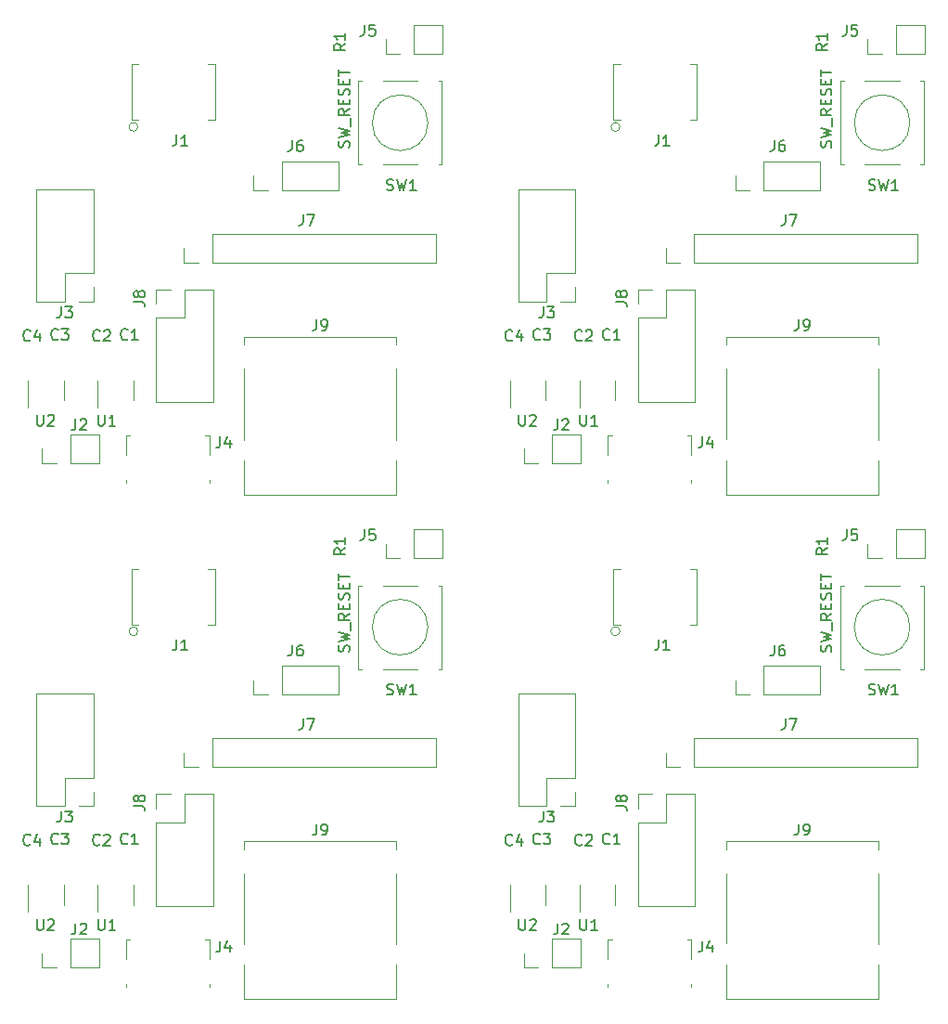
<source format=gto>
G04 #@! TF.GenerationSoftware,KiCad,Pcbnew,5.0.2-bee76a0~70~ubuntu18.04.1*
G04 #@! TF.CreationDate,2019-02-02T15:45:17-08:00*
G04 #@! TF.ProjectId,programing_adapter,70726f67-7261-46d6-996e-675f61646170,rev?*
G04 #@! TF.SameCoordinates,Original*
G04 #@! TF.FileFunction,Legend,Top*
G04 #@! TF.FilePolarity,Positive*
%FSLAX46Y46*%
G04 Gerber Fmt 4.6, Leading zero omitted, Abs format (unit mm)*
G04 Created by KiCad (PCBNEW 5.0.2-bee76a0~70~ubuntu18.04.1) date Sat 02 Feb 2019 03:45:17 PM PST*
%MOMM*%
%LPD*%
G01*
G04 APERTURE LIST*
%ADD10C,0.100000*%
%ADD11C,0.120000*%
%ADD12C,0.150000*%
%ADD13C,0.020000*%
%ADD14C,0.692000*%
%ADD15R,0.912000X3.071000*%
%ADD16R,0.752000X1.162000*%
%ADD17O,1.802000X1.802000*%
%ADD18R,1.802000X1.802000*%
%ADD19O,1.302000X2.202000*%
%ADD20O,1.302000X2.502000*%
%ADD21C,1.302000*%
%ADD22R,1.277000X2.002000*%
%ADD23R,2.477000X2.002000*%
%ADD24R,1.577000X2.202000*%
%ADD25R,0.552000X1.482000*%
%ADD26C,1.499000*%
G04 APERTURE END LIST*
D10*
G04 #@! TO.C,J1*
X110945609Y-94208000D02*
G75*
G03X110945609Y-94208000I-401609J0D01*
G01*
X110374000Y-93576000D02*
X111009000Y-93576000D01*
X110374000Y-88496000D02*
X110374000Y-93576000D01*
X111009000Y-88496000D02*
X110374000Y-88496000D01*
X117994000Y-88496000D02*
X117359000Y-88496000D01*
X117994000Y-93576000D02*
X117994000Y-88496000D01*
X117359000Y-93576000D02*
X117994000Y-93576000D01*
X66945609Y-94208000D02*
G75*
G03X66945609Y-94208000I-401609J0D01*
G01*
X66374000Y-93576000D02*
X67009000Y-93576000D01*
X66374000Y-88496000D02*
X66374000Y-93576000D01*
X67009000Y-88496000D02*
X66374000Y-88496000D01*
X73994000Y-88496000D02*
X73359000Y-88496000D01*
X73994000Y-93576000D02*
X73994000Y-88496000D01*
X73359000Y-93576000D02*
X73994000Y-93576000D01*
X110945609Y-48208000D02*
G75*
G03X110945609Y-48208000I-401609J0D01*
G01*
X110374000Y-47576000D02*
X111009000Y-47576000D01*
X110374000Y-42496000D02*
X110374000Y-47576000D01*
X111009000Y-42496000D02*
X110374000Y-42496000D01*
X117994000Y-42496000D02*
X117359000Y-42496000D01*
X117994000Y-47576000D02*
X117994000Y-42496000D01*
X117359000Y-47576000D02*
X117994000Y-47576000D01*
D11*
G04 #@! TO.C,U1*
X110519624Y-119159202D02*
X110519624Y-117359202D01*
X107299624Y-117359202D02*
X107299624Y-119809202D01*
X66519624Y-119159202D02*
X66519624Y-117359202D01*
X63299624Y-117359202D02*
X63299624Y-119809202D01*
X110519624Y-73159202D02*
X110519624Y-71359202D01*
X107299624Y-71359202D02*
X107299624Y-73809202D01*
G04 #@! TO.C,J6*
X121490000Y-99986000D02*
X121490000Y-98656000D01*
X122820000Y-99986000D02*
X121490000Y-99986000D01*
X124090000Y-99986000D02*
X124090000Y-97326000D01*
X124090000Y-97326000D02*
X129230000Y-97326000D01*
X124090000Y-99986000D02*
X129230000Y-99986000D01*
X129230000Y-99986000D02*
X129230000Y-97326000D01*
X77490000Y-99986000D02*
X77490000Y-98656000D01*
X78820000Y-99986000D02*
X77490000Y-99986000D01*
X80090000Y-99986000D02*
X80090000Y-97326000D01*
X80090000Y-97326000D02*
X85230000Y-97326000D01*
X80090000Y-99986000D02*
X85230000Y-99986000D01*
X85230000Y-99986000D02*
X85230000Y-97326000D01*
X121490000Y-53986000D02*
X121490000Y-52656000D01*
X122820000Y-53986000D02*
X121490000Y-53986000D01*
X124090000Y-53986000D02*
X124090000Y-51326000D01*
X124090000Y-51326000D02*
X129230000Y-51326000D01*
X124090000Y-53986000D02*
X129230000Y-53986000D01*
X129230000Y-53986000D02*
X129230000Y-51326000D01*
G04 #@! TO.C,J2*
X107386000Y-124878000D02*
X107386000Y-122218000D01*
X104786000Y-124878000D02*
X107386000Y-124878000D01*
X104786000Y-122218000D02*
X107386000Y-122218000D01*
X104786000Y-124878000D02*
X104786000Y-122218000D01*
X103516000Y-124878000D02*
X102186000Y-124878000D01*
X102186000Y-124878000D02*
X102186000Y-123548000D01*
X63386000Y-124878000D02*
X63386000Y-122218000D01*
X60786000Y-124878000D02*
X63386000Y-124878000D01*
X60786000Y-122218000D02*
X63386000Y-122218000D01*
X60786000Y-124878000D02*
X60786000Y-122218000D01*
X59516000Y-124878000D02*
X58186000Y-124878000D01*
X58186000Y-124878000D02*
X58186000Y-123548000D01*
X107386000Y-78878000D02*
X107386000Y-76218000D01*
X104786000Y-78878000D02*
X107386000Y-78878000D01*
X104786000Y-76218000D02*
X107386000Y-76218000D01*
X104786000Y-78878000D02*
X104786000Y-76218000D01*
X103516000Y-78878000D02*
X102186000Y-78878000D01*
X102186000Y-78878000D02*
X102186000Y-77548000D01*
G04 #@! TO.C,J8*
X112600000Y-119290000D02*
X117800000Y-119290000D01*
X112600000Y-111610000D02*
X112600000Y-119290000D01*
X117800000Y-109010000D02*
X117800000Y-119290000D01*
X112600000Y-111610000D02*
X115200000Y-111610000D01*
X115200000Y-111610000D02*
X115200000Y-109010000D01*
X115200000Y-109010000D02*
X117800000Y-109010000D01*
X112600000Y-110340000D02*
X112600000Y-109010000D01*
X112600000Y-109010000D02*
X113930000Y-109010000D01*
X68600000Y-119290000D02*
X73800000Y-119290000D01*
X68600000Y-111610000D02*
X68600000Y-119290000D01*
X73800000Y-109010000D02*
X73800000Y-119290000D01*
X68600000Y-111610000D02*
X71200000Y-111610000D01*
X71200000Y-111610000D02*
X71200000Y-109010000D01*
X71200000Y-109010000D02*
X73800000Y-109010000D01*
X68600000Y-110340000D02*
X68600000Y-109010000D01*
X68600000Y-109010000D02*
X69930000Y-109010000D01*
X112600000Y-73290000D02*
X117800000Y-73290000D01*
X112600000Y-65610000D02*
X112600000Y-73290000D01*
X117800000Y-63010000D02*
X117800000Y-73290000D01*
X112600000Y-65610000D02*
X115200000Y-65610000D01*
X115200000Y-65610000D02*
X115200000Y-63010000D01*
X115200000Y-63010000D02*
X117800000Y-63010000D01*
X112600000Y-64340000D02*
X112600000Y-63010000D01*
X112600000Y-63010000D02*
X113930000Y-63010000D01*
G04 #@! TO.C,U2*
X100949624Y-117359202D02*
X100949624Y-119809202D01*
X104169624Y-119159202D02*
X104169624Y-117359202D01*
X56949624Y-117359202D02*
X56949624Y-119809202D01*
X60169624Y-119159202D02*
X60169624Y-117359202D01*
X100949624Y-71359202D02*
X100949624Y-73809202D01*
X104169624Y-73159202D02*
X104169624Y-71359202D01*
G04 #@! TO.C,J5*
X133555000Y-87540000D02*
X133555000Y-86210000D01*
X134885000Y-87540000D02*
X133555000Y-87540000D01*
X136155000Y-87540000D02*
X136155000Y-84880000D01*
X136155000Y-84880000D02*
X138755000Y-84880000D01*
X136155000Y-87540000D02*
X138755000Y-87540000D01*
X138755000Y-87540000D02*
X138755000Y-84880000D01*
X89555000Y-87540000D02*
X89555000Y-86210000D01*
X90885000Y-87540000D02*
X89555000Y-87540000D01*
X92155000Y-87540000D02*
X92155000Y-84880000D01*
X92155000Y-84880000D02*
X94755000Y-84880000D01*
X92155000Y-87540000D02*
X94755000Y-87540000D01*
X94755000Y-87540000D02*
X94755000Y-84880000D01*
X133555000Y-41540000D02*
X133555000Y-40210000D01*
X134885000Y-41540000D02*
X133555000Y-41540000D01*
X136155000Y-41540000D02*
X136155000Y-38880000D01*
X136155000Y-38880000D02*
X138755000Y-38880000D01*
X136155000Y-41540000D02*
X138755000Y-41540000D01*
X138755000Y-41540000D02*
X138755000Y-38880000D01*
G04 #@! TO.C,J9*
X120630000Y-127738000D02*
X134550000Y-127738000D01*
X134550000Y-127738000D02*
X134550000Y-124628000D01*
X120630000Y-127738000D02*
X120630000Y-124628000D01*
X120630000Y-122728000D02*
X120630000Y-116278000D01*
X134550000Y-122728000D02*
X134550000Y-116278000D01*
X120630000Y-113368000D02*
X134550000Y-113368000D01*
X134550000Y-113368000D02*
X134550000Y-114078000D01*
X120630000Y-113368000D02*
X120630000Y-114078000D01*
X76630000Y-127738000D02*
X90550000Y-127738000D01*
X90550000Y-127738000D02*
X90550000Y-124628000D01*
X76630000Y-127738000D02*
X76630000Y-124628000D01*
X76630000Y-122728000D02*
X76630000Y-116278000D01*
X90550000Y-122728000D02*
X90550000Y-116278000D01*
X76630000Y-113368000D02*
X90550000Y-113368000D01*
X90550000Y-113368000D02*
X90550000Y-114078000D01*
X76630000Y-113368000D02*
X76630000Y-114078000D01*
X120630000Y-81738000D02*
X134550000Y-81738000D01*
X134550000Y-81738000D02*
X134550000Y-78628000D01*
X120630000Y-81738000D02*
X120630000Y-78628000D01*
X120630000Y-76728000D02*
X120630000Y-70278000D01*
X134550000Y-76728000D02*
X134550000Y-70278000D01*
X120630000Y-67368000D02*
X134550000Y-67368000D01*
X134550000Y-67368000D02*
X134550000Y-68078000D01*
X120630000Y-67368000D02*
X120630000Y-68078000D01*
G04 #@! TO.C,J4*
X109866000Y-126656000D02*
X109866000Y-126396000D01*
X109866000Y-124116000D02*
X109866000Y-122346000D01*
X109866000Y-122346000D02*
X110246000Y-122346000D01*
X117486000Y-122346000D02*
X117486000Y-124116000D01*
X117486000Y-126396000D02*
X117486000Y-126656000D01*
X117486000Y-122346000D02*
X117106000Y-122346000D01*
X65866000Y-126656000D02*
X65866000Y-126396000D01*
X65866000Y-124116000D02*
X65866000Y-122346000D01*
X65866000Y-122346000D02*
X66246000Y-122346000D01*
X73486000Y-122346000D02*
X73486000Y-124116000D01*
X73486000Y-126396000D02*
X73486000Y-126656000D01*
X73486000Y-122346000D02*
X73106000Y-122346000D01*
X109866000Y-80656000D02*
X109866000Y-80396000D01*
X109866000Y-78116000D02*
X109866000Y-76346000D01*
X109866000Y-76346000D02*
X110246000Y-76346000D01*
X117486000Y-76346000D02*
X117486000Y-78116000D01*
X117486000Y-80396000D02*
X117486000Y-80656000D01*
X117486000Y-76346000D02*
X117106000Y-76346000D01*
G04 #@! TO.C,J3*
X106878000Y-110146000D02*
X105548000Y-110146000D01*
X106878000Y-108816000D02*
X106878000Y-110146000D01*
X104278000Y-110146000D02*
X101678000Y-110146000D01*
X104278000Y-107546000D02*
X104278000Y-110146000D01*
X106878000Y-107546000D02*
X104278000Y-107546000D01*
X101678000Y-110146000D02*
X101678000Y-99866000D01*
X106878000Y-107546000D02*
X106878000Y-99866000D01*
X106878000Y-99866000D02*
X101678000Y-99866000D01*
X62878000Y-110146000D02*
X61548000Y-110146000D01*
X62878000Y-108816000D02*
X62878000Y-110146000D01*
X60278000Y-110146000D02*
X57678000Y-110146000D01*
X60278000Y-107546000D02*
X60278000Y-110146000D01*
X62878000Y-107546000D02*
X60278000Y-107546000D01*
X57678000Y-110146000D02*
X57678000Y-99866000D01*
X62878000Y-107546000D02*
X62878000Y-99866000D01*
X62878000Y-99866000D02*
X57678000Y-99866000D01*
X106878000Y-64146000D02*
X105548000Y-64146000D01*
X106878000Y-62816000D02*
X106878000Y-64146000D01*
X104278000Y-64146000D02*
X101678000Y-64146000D01*
X104278000Y-61546000D02*
X104278000Y-64146000D01*
X106878000Y-61546000D02*
X104278000Y-61546000D01*
X101678000Y-64146000D02*
X101678000Y-53866000D01*
X106878000Y-61546000D02*
X106878000Y-53866000D01*
X106878000Y-53866000D02*
X101678000Y-53866000D01*
G04 #@! TO.C,SW1*
X131075000Y-97640000D02*
X131075000Y-90020000D01*
X131075000Y-90020000D02*
X131375000Y-90020000D01*
X138695000Y-90020000D02*
X138695000Y-97640000D01*
X131075000Y-97640000D02*
X131375000Y-97640000D01*
X133315000Y-90020000D02*
X136455000Y-90020000D01*
X133315000Y-97640000D02*
X136455000Y-97640000D01*
X138395000Y-90020000D02*
X138695000Y-90020000D01*
X138395000Y-97640000D02*
X138695000Y-97640000D01*
X137425000Y-93830000D02*
G75*
G03X137425000Y-93830000I-2540000J0D01*
G01*
X87075000Y-97640000D02*
X87075000Y-90020000D01*
X87075000Y-90020000D02*
X87375000Y-90020000D01*
X94695000Y-90020000D02*
X94695000Y-97640000D01*
X87075000Y-97640000D02*
X87375000Y-97640000D01*
X89315000Y-90020000D02*
X92455000Y-90020000D01*
X89315000Y-97640000D02*
X92455000Y-97640000D01*
X94395000Y-90020000D02*
X94695000Y-90020000D01*
X94395000Y-97640000D02*
X94695000Y-97640000D01*
X93425000Y-93830000D02*
G75*
G03X93425000Y-93830000I-2540000J0D01*
G01*
X131075000Y-51640000D02*
X131075000Y-44020000D01*
X131075000Y-44020000D02*
X131375000Y-44020000D01*
X138695000Y-44020000D02*
X138695000Y-51640000D01*
X131075000Y-51640000D02*
X131375000Y-51640000D01*
X133315000Y-44020000D02*
X136455000Y-44020000D01*
X133315000Y-51640000D02*
X136455000Y-51640000D01*
X138395000Y-44020000D02*
X138695000Y-44020000D01*
X138395000Y-51640000D02*
X138695000Y-51640000D01*
X137425000Y-47830000D02*
G75*
G03X137425000Y-47830000I-2540000J0D01*
G01*
G04 #@! TO.C,J7*
X115140000Y-106590000D02*
X115140000Y-105260000D01*
X116470000Y-106590000D02*
X115140000Y-106590000D01*
X117740000Y-106590000D02*
X117740000Y-103930000D01*
X117740000Y-103930000D02*
X138120000Y-103930000D01*
X117740000Y-106590000D02*
X138120000Y-106590000D01*
X138120000Y-106590000D02*
X138120000Y-103930000D01*
X71140000Y-106590000D02*
X71140000Y-105260000D01*
X72470000Y-106590000D02*
X71140000Y-106590000D01*
X73740000Y-106590000D02*
X73740000Y-103930000D01*
X73740000Y-103930000D02*
X94120000Y-103930000D01*
X73740000Y-106590000D02*
X94120000Y-106590000D01*
X94120000Y-106590000D02*
X94120000Y-103930000D01*
X115140000Y-60590000D02*
X115140000Y-59260000D01*
X116470000Y-60590000D02*
X115140000Y-60590000D01*
X117740000Y-60590000D02*
X117740000Y-57930000D01*
X117740000Y-57930000D02*
X138120000Y-57930000D01*
X117740000Y-60590000D02*
X138120000Y-60590000D01*
X138120000Y-60590000D02*
X138120000Y-57930000D01*
D10*
G04 #@! TO.C,J1*
X73359000Y-47576000D02*
X73994000Y-47576000D01*
X73994000Y-47576000D02*
X73994000Y-42496000D01*
X73994000Y-42496000D02*
X73359000Y-42496000D01*
X67009000Y-42496000D02*
X66374000Y-42496000D01*
X66374000Y-42496000D02*
X66374000Y-47576000D01*
X66374000Y-47576000D02*
X67009000Y-47576000D01*
X66945609Y-48208000D02*
G75*
G03X66945609Y-48208000I-401609J0D01*
G01*
D11*
G04 #@! TO.C,SW1*
X93425000Y-47830000D02*
G75*
G03X93425000Y-47830000I-2540000J0D01*
G01*
X94395000Y-51640000D02*
X94695000Y-51640000D01*
X94395000Y-44020000D02*
X94695000Y-44020000D01*
X89315000Y-51640000D02*
X92455000Y-51640000D01*
X89315000Y-44020000D02*
X92455000Y-44020000D01*
X87075000Y-51640000D02*
X87375000Y-51640000D01*
X94695000Y-44020000D02*
X94695000Y-51640000D01*
X87075000Y-44020000D02*
X87375000Y-44020000D01*
X87075000Y-51640000D02*
X87075000Y-44020000D01*
G04 #@! TO.C,J2*
X58186000Y-78878000D02*
X58186000Y-77548000D01*
X59516000Y-78878000D02*
X58186000Y-78878000D01*
X60786000Y-78878000D02*
X60786000Y-76218000D01*
X60786000Y-76218000D02*
X63386000Y-76218000D01*
X60786000Y-78878000D02*
X63386000Y-78878000D01*
X63386000Y-78878000D02*
X63386000Y-76218000D01*
G04 #@! TO.C,J3*
X62878000Y-53866000D02*
X57678000Y-53866000D01*
X62878000Y-61546000D02*
X62878000Y-53866000D01*
X57678000Y-64146000D02*
X57678000Y-53866000D01*
X62878000Y-61546000D02*
X60278000Y-61546000D01*
X60278000Y-61546000D02*
X60278000Y-64146000D01*
X60278000Y-64146000D02*
X57678000Y-64146000D01*
X62878000Y-62816000D02*
X62878000Y-64146000D01*
X62878000Y-64146000D02*
X61548000Y-64146000D01*
G04 #@! TO.C,J4*
X73486000Y-76346000D02*
X73106000Y-76346000D01*
X73486000Y-80396000D02*
X73486000Y-80656000D01*
X73486000Y-76346000D02*
X73486000Y-78116000D01*
X65866000Y-76346000D02*
X66246000Y-76346000D01*
X65866000Y-78116000D02*
X65866000Y-76346000D01*
X65866000Y-80656000D02*
X65866000Y-80396000D01*
G04 #@! TO.C,J5*
X94755000Y-41540000D02*
X94755000Y-38880000D01*
X92155000Y-41540000D02*
X94755000Y-41540000D01*
X92155000Y-38880000D02*
X94755000Y-38880000D01*
X92155000Y-41540000D02*
X92155000Y-38880000D01*
X90885000Y-41540000D02*
X89555000Y-41540000D01*
X89555000Y-41540000D02*
X89555000Y-40210000D01*
G04 #@! TO.C,J6*
X85230000Y-53986000D02*
X85230000Y-51326000D01*
X80090000Y-53986000D02*
X85230000Y-53986000D01*
X80090000Y-51326000D02*
X85230000Y-51326000D01*
X80090000Y-53986000D02*
X80090000Y-51326000D01*
X78820000Y-53986000D02*
X77490000Y-53986000D01*
X77490000Y-53986000D02*
X77490000Y-52656000D01*
G04 #@! TO.C,J7*
X94120000Y-60590000D02*
X94120000Y-57930000D01*
X73740000Y-60590000D02*
X94120000Y-60590000D01*
X73740000Y-57930000D02*
X94120000Y-57930000D01*
X73740000Y-60590000D02*
X73740000Y-57930000D01*
X72470000Y-60590000D02*
X71140000Y-60590000D01*
X71140000Y-60590000D02*
X71140000Y-59260000D01*
G04 #@! TO.C,J8*
X68600000Y-63010000D02*
X69930000Y-63010000D01*
X68600000Y-64340000D02*
X68600000Y-63010000D01*
X71200000Y-63010000D02*
X73800000Y-63010000D01*
X71200000Y-65610000D02*
X71200000Y-63010000D01*
X68600000Y-65610000D02*
X71200000Y-65610000D01*
X73800000Y-63010000D02*
X73800000Y-73290000D01*
X68600000Y-65610000D02*
X68600000Y-73290000D01*
X68600000Y-73290000D02*
X73800000Y-73290000D01*
G04 #@! TO.C,J9*
X76630000Y-67368000D02*
X76630000Y-68078000D01*
X90550000Y-67368000D02*
X90550000Y-68078000D01*
X76630000Y-67368000D02*
X90550000Y-67368000D01*
X90550000Y-76728000D02*
X90550000Y-70278000D01*
X76630000Y-76728000D02*
X76630000Y-70278000D01*
X76630000Y-81738000D02*
X76630000Y-78628000D01*
X90550000Y-81738000D02*
X90550000Y-78628000D01*
X76630000Y-81738000D02*
X90550000Y-81738000D01*
G04 #@! TO.C,U1*
X63299624Y-71359202D02*
X63299624Y-73809202D01*
X66519624Y-73159202D02*
X66519624Y-71359202D01*
G04 #@! TO.C,U2*
X60169624Y-73159202D02*
X60169624Y-71359202D01*
X56949624Y-71359202D02*
X56949624Y-73809202D01*
G04 #@! TO.C,R1*
D12*
X129876380Y-86630666D02*
X129400190Y-86964000D01*
X129876380Y-87202095D02*
X128876380Y-87202095D01*
X128876380Y-86821142D01*
X128924000Y-86725904D01*
X128971619Y-86678285D01*
X129066857Y-86630666D01*
X129209714Y-86630666D01*
X129304952Y-86678285D01*
X129352571Y-86725904D01*
X129400190Y-86821142D01*
X129400190Y-87202095D01*
X129876380Y-85678285D02*
X129876380Y-86249714D01*
X129876380Y-85964000D02*
X128876380Y-85964000D01*
X129019238Y-86059238D01*
X129114476Y-86154476D01*
X129162095Y-86249714D01*
X85876380Y-86630666D02*
X85400190Y-86964000D01*
X85876380Y-87202095D02*
X84876380Y-87202095D01*
X84876380Y-86821142D01*
X84924000Y-86725904D01*
X84971619Y-86678285D01*
X85066857Y-86630666D01*
X85209714Y-86630666D01*
X85304952Y-86678285D01*
X85352571Y-86725904D01*
X85400190Y-86821142D01*
X85400190Y-87202095D01*
X85876380Y-85678285D02*
X85876380Y-86249714D01*
X85876380Y-85964000D02*
X84876380Y-85964000D01*
X85019238Y-86059238D01*
X85114476Y-86154476D01*
X85162095Y-86249714D01*
X129876380Y-40630666D02*
X129400190Y-40964000D01*
X129876380Y-41202095D02*
X128876380Y-41202095D01*
X128876380Y-40821142D01*
X128924000Y-40725904D01*
X128971619Y-40678285D01*
X129066857Y-40630666D01*
X129209714Y-40630666D01*
X129304952Y-40678285D01*
X129352571Y-40725904D01*
X129400190Y-40821142D01*
X129400190Y-41202095D01*
X129876380Y-39678285D02*
X129876380Y-40249714D01*
X129876380Y-39964000D02*
X128876380Y-39964000D01*
X129019238Y-40059238D01*
X129114476Y-40154476D01*
X129162095Y-40249714D01*
G04 #@! TO.C,J1*
X114485666Y-94933380D02*
X114485666Y-95647666D01*
X114438047Y-95790523D01*
X114342809Y-95885761D01*
X114199952Y-95933380D01*
X114104714Y-95933380D01*
X115485666Y-95933380D02*
X114914238Y-95933380D01*
X115199952Y-95933380D02*
X115199952Y-94933380D01*
X115104714Y-95076238D01*
X115009476Y-95171476D01*
X114914238Y-95219095D01*
X70485666Y-94933380D02*
X70485666Y-95647666D01*
X70438047Y-95790523D01*
X70342809Y-95885761D01*
X70199952Y-95933380D01*
X70104714Y-95933380D01*
X71485666Y-95933380D02*
X70914238Y-95933380D01*
X71199952Y-95933380D02*
X71199952Y-94933380D01*
X71104714Y-95076238D01*
X71009476Y-95171476D01*
X70914238Y-95219095D01*
X114485666Y-48933380D02*
X114485666Y-49647666D01*
X114438047Y-49790523D01*
X114342809Y-49885761D01*
X114199952Y-49933380D01*
X114104714Y-49933380D01*
X115485666Y-49933380D02*
X114914238Y-49933380D01*
X115199952Y-49933380D02*
X115199952Y-48933380D01*
X115104714Y-49076238D01*
X115009476Y-49171476D01*
X114914238Y-49219095D01*
G04 #@! TO.C,U1*
X107326095Y-120460380D02*
X107326095Y-121269904D01*
X107373714Y-121365142D01*
X107421333Y-121412761D01*
X107516571Y-121460380D01*
X107707047Y-121460380D01*
X107802285Y-121412761D01*
X107849904Y-121365142D01*
X107897523Y-121269904D01*
X107897523Y-120460380D01*
X108897523Y-121460380D02*
X108326095Y-121460380D01*
X108611809Y-121460380D02*
X108611809Y-120460380D01*
X108516571Y-120603238D01*
X108421333Y-120698476D01*
X108326095Y-120746095D01*
X63326095Y-120460380D02*
X63326095Y-121269904D01*
X63373714Y-121365142D01*
X63421333Y-121412761D01*
X63516571Y-121460380D01*
X63707047Y-121460380D01*
X63802285Y-121412761D01*
X63849904Y-121365142D01*
X63897523Y-121269904D01*
X63897523Y-120460380D01*
X64897523Y-121460380D02*
X64326095Y-121460380D01*
X64611809Y-121460380D02*
X64611809Y-120460380D01*
X64516571Y-120603238D01*
X64421333Y-120698476D01*
X64326095Y-120746095D01*
X107326095Y-74460380D02*
X107326095Y-75269904D01*
X107373714Y-75365142D01*
X107421333Y-75412761D01*
X107516571Y-75460380D01*
X107707047Y-75460380D01*
X107802285Y-75412761D01*
X107849904Y-75365142D01*
X107897523Y-75269904D01*
X107897523Y-74460380D01*
X108897523Y-75460380D02*
X108326095Y-75460380D01*
X108611809Y-75460380D02*
X108611809Y-74460380D01*
X108516571Y-74603238D01*
X108421333Y-74698476D01*
X108326095Y-74746095D01*
G04 #@! TO.C,C4*
X101122957Y-113636344D02*
X101075338Y-113683963D01*
X100932481Y-113731582D01*
X100837243Y-113731582D01*
X100694385Y-113683963D01*
X100599147Y-113588725D01*
X100551528Y-113493487D01*
X100503909Y-113303011D01*
X100503909Y-113160154D01*
X100551528Y-112969678D01*
X100599147Y-112874440D01*
X100694385Y-112779202D01*
X100837243Y-112731582D01*
X100932481Y-112731582D01*
X101075338Y-112779202D01*
X101122957Y-112826821D01*
X101980100Y-113064916D02*
X101980100Y-113731582D01*
X101742004Y-112683963D02*
X101503909Y-113398249D01*
X102122957Y-113398249D01*
X57122957Y-113636344D02*
X57075338Y-113683963D01*
X56932481Y-113731582D01*
X56837243Y-113731582D01*
X56694385Y-113683963D01*
X56599147Y-113588725D01*
X56551528Y-113493487D01*
X56503909Y-113303011D01*
X56503909Y-113160154D01*
X56551528Y-112969678D01*
X56599147Y-112874440D01*
X56694385Y-112779202D01*
X56837243Y-112731582D01*
X56932481Y-112731582D01*
X57075338Y-112779202D01*
X57122957Y-112826821D01*
X57980100Y-113064916D02*
X57980100Y-113731582D01*
X57742004Y-112683963D02*
X57503909Y-113398249D01*
X58122957Y-113398249D01*
X101122957Y-67636344D02*
X101075338Y-67683963D01*
X100932481Y-67731582D01*
X100837243Y-67731582D01*
X100694385Y-67683963D01*
X100599147Y-67588725D01*
X100551528Y-67493487D01*
X100503909Y-67303011D01*
X100503909Y-67160154D01*
X100551528Y-66969678D01*
X100599147Y-66874440D01*
X100694385Y-66779202D01*
X100837243Y-66731582D01*
X100932481Y-66731582D01*
X101075338Y-66779202D01*
X101122957Y-66826821D01*
X101980100Y-67064916D02*
X101980100Y-67731582D01*
X101742004Y-66683963D02*
X101503909Y-67398249D01*
X102122957Y-67398249D01*
G04 #@! TO.C,J6*
X125026666Y-95441380D02*
X125026666Y-96155666D01*
X124979047Y-96298523D01*
X124883809Y-96393761D01*
X124740952Y-96441380D01*
X124645714Y-96441380D01*
X125931428Y-95441380D02*
X125740952Y-95441380D01*
X125645714Y-95489000D01*
X125598095Y-95536619D01*
X125502857Y-95679476D01*
X125455238Y-95869952D01*
X125455238Y-96250904D01*
X125502857Y-96346142D01*
X125550476Y-96393761D01*
X125645714Y-96441380D01*
X125836190Y-96441380D01*
X125931428Y-96393761D01*
X125979047Y-96346142D01*
X126026666Y-96250904D01*
X126026666Y-96012809D01*
X125979047Y-95917571D01*
X125931428Y-95869952D01*
X125836190Y-95822333D01*
X125645714Y-95822333D01*
X125550476Y-95869952D01*
X125502857Y-95917571D01*
X125455238Y-96012809D01*
X81026666Y-95441380D02*
X81026666Y-96155666D01*
X80979047Y-96298523D01*
X80883809Y-96393761D01*
X80740952Y-96441380D01*
X80645714Y-96441380D01*
X81931428Y-95441380D02*
X81740952Y-95441380D01*
X81645714Y-95489000D01*
X81598095Y-95536619D01*
X81502857Y-95679476D01*
X81455238Y-95869952D01*
X81455238Y-96250904D01*
X81502857Y-96346142D01*
X81550476Y-96393761D01*
X81645714Y-96441380D01*
X81836190Y-96441380D01*
X81931428Y-96393761D01*
X81979047Y-96346142D01*
X82026666Y-96250904D01*
X82026666Y-96012809D01*
X81979047Y-95917571D01*
X81931428Y-95869952D01*
X81836190Y-95822333D01*
X81645714Y-95822333D01*
X81550476Y-95869952D01*
X81502857Y-95917571D01*
X81455238Y-96012809D01*
X125026666Y-49441380D02*
X125026666Y-50155666D01*
X124979047Y-50298523D01*
X124883809Y-50393761D01*
X124740952Y-50441380D01*
X124645714Y-50441380D01*
X125931428Y-49441380D02*
X125740952Y-49441380D01*
X125645714Y-49489000D01*
X125598095Y-49536619D01*
X125502857Y-49679476D01*
X125455238Y-49869952D01*
X125455238Y-50250904D01*
X125502857Y-50346142D01*
X125550476Y-50393761D01*
X125645714Y-50441380D01*
X125836190Y-50441380D01*
X125931428Y-50393761D01*
X125979047Y-50346142D01*
X126026666Y-50250904D01*
X126026666Y-50012809D01*
X125979047Y-49917571D01*
X125931428Y-49869952D01*
X125836190Y-49822333D01*
X125645714Y-49822333D01*
X125550476Y-49869952D01*
X125502857Y-49917571D01*
X125455238Y-50012809D01*
G04 #@! TO.C,J2*
X105266666Y-120852380D02*
X105266666Y-121566666D01*
X105219047Y-121709523D01*
X105123809Y-121804761D01*
X104980952Y-121852380D01*
X104885714Y-121852380D01*
X105695238Y-120947619D02*
X105742857Y-120900000D01*
X105838095Y-120852380D01*
X106076190Y-120852380D01*
X106171428Y-120900000D01*
X106219047Y-120947619D01*
X106266666Y-121042857D01*
X106266666Y-121138095D01*
X106219047Y-121280952D01*
X105647619Y-121852380D01*
X106266666Y-121852380D01*
X61266666Y-120852380D02*
X61266666Y-121566666D01*
X61219047Y-121709523D01*
X61123809Y-121804761D01*
X60980952Y-121852380D01*
X60885714Y-121852380D01*
X61695238Y-120947619D02*
X61742857Y-120900000D01*
X61838095Y-120852380D01*
X62076190Y-120852380D01*
X62171428Y-120900000D01*
X62219047Y-120947619D01*
X62266666Y-121042857D01*
X62266666Y-121138095D01*
X62219047Y-121280952D01*
X61647619Y-121852380D01*
X62266666Y-121852380D01*
X105266666Y-74852380D02*
X105266666Y-75566666D01*
X105219047Y-75709523D01*
X105123809Y-75804761D01*
X104980952Y-75852380D01*
X104885714Y-75852380D01*
X105695238Y-74947619D02*
X105742857Y-74900000D01*
X105838095Y-74852380D01*
X106076190Y-74852380D01*
X106171428Y-74900000D01*
X106219047Y-74947619D01*
X106266666Y-75042857D01*
X106266666Y-75138095D01*
X106219047Y-75280952D01*
X105647619Y-75852380D01*
X106266666Y-75852380D01*
G04 #@! TO.C,J8*
X110588380Y-110165333D02*
X111302666Y-110165333D01*
X111445523Y-110212952D01*
X111540761Y-110308190D01*
X111588380Y-110451047D01*
X111588380Y-110546285D01*
X111016952Y-109546285D02*
X110969333Y-109641523D01*
X110921714Y-109689142D01*
X110826476Y-109736761D01*
X110778857Y-109736761D01*
X110683619Y-109689142D01*
X110636000Y-109641523D01*
X110588380Y-109546285D01*
X110588380Y-109355809D01*
X110636000Y-109260571D01*
X110683619Y-109212952D01*
X110778857Y-109165333D01*
X110826476Y-109165333D01*
X110921714Y-109212952D01*
X110969333Y-109260571D01*
X111016952Y-109355809D01*
X111016952Y-109546285D01*
X111064571Y-109641523D01*
X111112190Y-109689142D01*
X111207428Y-109736761D01*
X111397904Y-109736761D01*
X111493142Y-109689142D01*
X111540761Y-109641523D01*
X111588380Y-109546285D01*
X111588380Y-109355809D01*
X111540761Y-109260571D01*
X111493142Y-109212952D01*
X111397904Y-109165333D01*
X111207428Y-109165333D01*
X111112190Y-109212952D01*
X111064571Y-109260571D01*
X111016952Y-109355809D01*
X66588380Y-110165333D02*
X67302666Y-110165333D01*
X67445523Y-110212952D01*
X67540761Y-110308190D01*
X67588380Y-110451047D01*
X67588380Y-110546285D01*
X67016952Y-109546285D02*
X66969333Y-109641523D01*
X66921714Y-109689142D01*
X66826476Y-109736761D01*
X66778857Y-109736761D01*
X66683619Y-109689142D01*
X66636000Y-109641523D01*
X66588380Y-109546285D01*
X66588380Y-109355809D01*
X66636000Y-109260571D01*
X66683619Y-109212952D01*
X66778857Y-109165333D01*
X66826476Y-109165333D01*
X66921714Y-109212952D01*
X66969333Y-109260571D01*
X67016952Y-109355809D01*
X67016952Y-109546285D01*
X67064571Y-109641523D01*
X67112190Y-109689142D01*
X67207428Y-109736761D01*
X67397904Y-109736761D01*
X67493142Y-109689142D01*
X67540761Y-109641523D01*
X67588380Y-109546285D01*
X67588380Y-109355809D01*
X67540761Y-109260571D01*
X67493142Y-109212952D01*
X67397904Y-109165333D01*
X67207428Y-109165333D01*
X67112190Y-109212952D01*
X67064571Y-109260571D01*
X67016952Y-109355809D01*
X110588380Y-64165333D02*
X111302666Y-64165333D01*
X111445523Y-64212952D01*
X111540761Y-64308190D01*
X111588380Y-64451047D01*
X111588380Y-64546285D01*
X111016952Y-63546285D02*
X110969333Y-63641523D01*
X110921714Y-63689142D01*
X110826476Y-63736761D01*
X110778857Y-63736761D01*
X110683619Y-63689142D01*
X110636000Y-63641523D01*
X110588380Y-63546285D01*
X110588380Y-63355809D01*
X110636000Y-63260571D01*
X110683619Y-63212952D01*
X110778857Y-63165333D01*
X110826476Y-63165333D01*
X110921714Y-63212952D01*
X110969333Y-63260571D01*
X111016952Y-63355809D01*
X111016952Y-63546285D01*
X111064571Y-63641523D01*
X111112190Y-63689142D01*
X111207428Y-63736761D01*
X111397904Y-63736761D01*
X111493142Y-63689142D01*
X111540761Y-63641523D01*
X111588380Y-63546285D01*
X111588380Y-63355809D01*
X111540761Y-63260571D01*
X111493142Y-63212952D01*
X111397904Y-63165333D01*
X111207428Y-63165333D01*
X111112190Y-63212952D01*
X111064571Y-63260571D01*
X111016952Y-63355809D01*
G04 #@! TO.C,U2*
X101738095Y-120460380D02*
X101738095Y-121269904D01*
X101785714Y-121365142D01*
X101833333Y-121412761D01*
X101928571Y-121460380D01*
X102119047Y-121460380D01*
X102214285Y-121412761D01*
X102261904Y-121365142D01*
X102309523Y-121269904D01*
X102309523Y-120460380D01*
X102738095Y-120555619D02*
X102785714Y-120508000D01*
X102880952Y-120460380D01*
X103119047Y-120460380D01*
X103214285Y-120508000D01*
X103261904Y-120555619D01*
X103309523Y-120650857D01*
X103309523Y-120746095D01*
X103261904Y-120888952D01*
X102690476Y-121460380D01*
X103309523Y-121460380D01*
X57738095Y-120460380D02*
X57738095Y-121269904D01*
X57785714Y-121365142D01*
X57833333Y-121412761D01*
X57928571Y-121460380D01*
X58119047Y-121460380D01*
X58214285Y-121412761D01*
X58261904Y-121365142D01*
X58309523Y-121269904D01*
X58309523Y-120460380D01*
X58738095Y-120555619D02*
X58785714Y-120508000D01*
X58880952Y-120460380D01*
X59119047Y-120460380D01*
X59214285Y-120508000D01*
X59261904Y-120555619D01*
X59309523Y-120650857D01*
X59309523Y-120746095D01*
X59261904Y-120888952D01*
X58690476Y-121460380D01*
X59309523Y-121460380D01*
X101738095Y-74460380D02*
X101738095Y-75269904D01*
X101785714Y-75365142D01*
X101833333Y-75412761D01*
X101928571Y-75460380D01*
X102119047Y-75460380D01*
X102214285Y-75412761D01*
X102261904Y-75365142D01*
X102309523Y-75269904D01*
X102309523Y-74460380D01*
X102738095Y-74555619D02*
X102785714Y-74508000D01*
X102880952Y-74460380D01*
X103119047Y-74460380D01*
X103214285Y-74508000D01*
X103261904Y-74555619D01*
X103309523Y-74650857D01*
X103309523Y-74746095D01*
X103261904Y-74888952D01*
X102690476Y-75460380D01*
X103309523Y-75460380D01*
G04 #@! TO.C,J5*
X131630666Y-84900380D02*
X131630666Y-85614666D01*
X131583047Y-85757523D01*
X131487809Y-85852761D01*
X131344952Y-85900380D01*
X131249714Y-85900380D01*
X132583047Y-84900380D02*
X132106857Y-84900380D01*
X132059238Y-85376571D01*
X132106857Y-85328952D01*
X132202095Y-85281333D01*
X132440190Y-85281333D01*
X132535428Y-85328952D01*
X132583047Y-85376571D01*
X132630666Y-85471809D01*
X132630666Y-85709904D01*
X132583047Y-85805142D01*
X132535428Y-85852761D01*
X132440190Y-85900380D01*
X132202095Y-85900380D01*
X132106857Y-85852761D01*
X132059238Y-85805142D01*
X87630666Y-84900380D02*
X87630666Y-85614666D01*
X87583047Y-85757523D01*
X87487809Y-85852761D01*
X87344952Y-85900380D01*
X87249714Y-85900380D01*
X88583047Y-84900380D02*
X88106857Y-84900380D01*
X88059238Y-85376571D01*
X88106857Y-85328952D01*
X88202095Y-85281333D01*
X88440190Y-85281333D01*
X88535428Y-85328952D01*
X88583047Y-85376571D01*
X88630666Y-85471809D01*
X88630666Y-85709904D01*
X88583047Y-85805142D01*
X88535428Y-85852761D01*
X88440190Y-85900380D01*
X88202095Y-85900380D01*
X88106857Y-85852761D01*
X88059238Y-85805142D01*
X131630666Y-38900380D02*
X131630666Y-39614666D01*
X131583047Y-39757523D01*
X131487809Y-39852761D01*
X131344952Y-39900380D01*
X131249714Y-39900380D01*
X132583047Y-38900380D02*
X132106857Y-38900380D01*
X132059238Y-39376571D01*
X132106857Y-39328952D01*
X132202095Y-39281333D01*
X132440190Y-39281333D01*
X132535428Y-39328952D01*
X132583047Y-39376571D01*
X132630666Y-39471809D01*
X132630666Y-39709904D01*
X132583047Y-39805142D01*
X132535428Y-39852761D01*
X132440190Y-39900380D01*
X132202095Y-39900380D01*
X132106857Y-39852761D01*
X132059238Y-39805142D01*
G04 #@! TO.C,J9*
X127256666Y-111780380D02*
X127256666Y-112494666D01*
X127209047Y-112637523D01*
X127113809Y-112732761D01*
X126970952Y-112780380D01*
X126875714Y-112780380D01*
X127780476Y-112780380D02*
X127970952Y-112780380D01*
X128066190Y-112732761D01*
X128113809Y-112685142D01*
X128209047Y-112542285D01*
X128256666Y-112351809D01*
X128256666Y-111970857D01*
X128209047Y-111875619D01*
X128161428Y-111828000D01*
X128066190Y-111780380D01*
X127875714Y-111780380D01*
X127780476Y-111828000D01*
X127732857Y-111875619D01*
X127685238Y-111970857D01*
X127685238Y-112208952D01*
X127732857Y-112304190D01*
X127780476Y-112351809D01*
X127875714Y-112399428D01*
X128066190Y-112399428D01*
X128161428Y-112351809D01*
X128209047Y-112304190D01*
X128256666Y-112208952D01*
X83256666Y-111780380D02*
X83256666Y-112494666D01*
X83209047Y-112637523D01*
X83113809Y-112732761D01*
X82970952Y-112780380D01*
X82875714Y-112780380D01*
X83780476Y-112780380D02*
X83970952Y-112780380D01*
X84066190Y-112732761D01*
X84113809Y-112685142D01*
X84209047Y-112542285D01*
X84256666Y-112351809D01*
X84256666Y-111970857D01*
X84209047Y-111875619D01*
X84161428Y-111828000D01*
X84066190Y-111780380D01*
X83875714Y-111780380D01*
X83780476Y-111828000D01*
X83732857Y-111875619D01*
X83685238Y-111970857D01*
X83685238Y-112208952D01*
X83732857Y-112304190D01*
X83780476Y-112351809D01*
X83875714Y-112399428D01*
X84066190Y-112399428D01*
X84161428Y-112351809D01*
X84209047Y-112304190D01*
X84256666Y-112208952D01*
X127256666Y-65780380D02*
X127256666Y-66494666D01*
X127209047Y-66637523D01*
X127113809Y-66732761D01*
X126970952Y-66780380D01*
X126875714Y-66780380D01*
X127780476Y-66780380D02*
X127970952Y-66780380D01*
X128066190Y-66732761D01*
X128113809Y-66685142D01*
X128209047Y-66542285D01*
X128256666Y-66351809D01*
X128256666Y-65970857D01*
X128209047Y-65875619D01*
X128161428Y-65828000D01*
X128066190Y-65780380D01*
X127875714Y-65780380D01*
X127780476Y-65828000D01*
X127732857Y-65875619D01*
X127685238Y-65970857D01*
X127685238Y-66208952D01*
X127732857Y-66304190D01*
X127780476Y-66351809D01*
X127875714Y-66399428D01*
X128066190Y-66399428D01*
X128161428Y-66351809D01*
X128209047Y-66304190D01*
X128256666Y-66208952D01*
G04 #@! TO.C,J4*
X118466666Y-122452380D02*
X118466666Y-123166666D01*
X118419047Y-123309523D01*
X118323809Y-123404761D01*
X118180952Y-123452380D01*
X118085714Y-123452380D01*
X119371428Y-122785714D02*
X119371428Y-123452380D01*
X119133333Y-122404761D02*
X118895238Y-123119047D01*
X119514285Y-123119047D01*
X74466666Y-122452380D02*
X74466666Y-123166666D01*
X74419047Y-123309523D01*
X74323809Y-123404761D01*
X74180952Y-123452380D01*
X74085714Y-123452380D01*
X75371428Y-122785714D02*
X75371428Y-123452380D01*
X75133333Y-122404761D02*
X74895238Y-123119047D01*
X75514285Y-123119047D01*
X118466666Y-76452380D02*
X118466666Y-77166666D01*
X118419047Y-77309523D01*
X118323809Y-77404761D01*
X118180952Y-77452380D01*
X118085714Y-77452380D01*
X119371428Y-76785714D02*
X119371428Y-77452380D01*
X119133333Y-76404761D02*
X118895238Y-77119047D01*
X119514285Y-77119047D01*
G04 #@! TO.C,J3*
X103944666Y-110598380D02*
X103944666Y-111312666D01*
X103897047Y-111455523D01*
X103801809Y-111550761D01*
X103658952Y-111598380D01*
X103563714Y-111598380D01*
X104325619Y-110598380D02*
X104944666Y-110598380D01*
X104611333Y-110979333D01*
X104754190Y-110979333D01*
X104849428Y-111026952D01*
X104897047Y-111074571D01*
X104944666Y-111169809D01*
X104944666Y-111407904D01*
X104897047Y-111503142D01*
X104849428Y-111550761D01*
X104754190Y-111598380D01*
X104468476Y-111598380D01*
X104373238Y-111550761D01*
X104325619Y-111503142D01*
X59944666Y-110598380D02*
X59944666Y-111312666D01*
X59897047Y-111455523D01*
X59801809Y-111550761D01*
X59658952Y-111598380D01*
X59563714Y-111598380D01*
X60325619Y-110598380D02*
X60944666Y-110598380D01*
X60611333Y-110979333D01*
X60754190Y-110979333D01*
X60849428Y-111026952D01*
X60897047Y-111074571D01*
X60944666Y-111169809D01*
X60944666Y-111407904D01*
X60897047Y-111503142D01*
X60849428Y-111550761D01*
X60754190Y-111598380D01*
X60468476Y-111598380D01*
X60373238Y-111550761D01*
X60325619Y-111503142D01*
X103944666Y-64598380D02*
X103944666Y-65312666D01*
X103897047Y-65455523D01*
X103801809Y-65550761D01*
X103658952Y-65598380D01*
X103563714Y-65598380D01*
X104325619Y-64598380D02*
X104944666Y-64598380D01*
X104611333Y-64979333D01*
X104754190Y-64979333D01*
X104849428Y-65026952D01*
X104897047Y-65074571D01*
X104944666Y-65169809D01*
X104944666Y-65407904D01*
X104897047Y-65503142D01*
X104849428Y-65550761D01*
X104754190Y-65598380D01*
X104468476Y-65598380D01*
X104373238Y-65550761D01*
X104325619Y-65503142D01*
G04 #@! TO.C,SW1*
X133678666Y-99949761D02*
X133821523Y-99997380D01*
X134059619Y-99997380D01*
X134154857Y-99949761D01*
X134202476Y-99902142D01*
X134250095Y-99806904D01*
X134250095Y-99711666D01*
X134202476Y-99616428D01*
X134154857Y-99568809D01*
X134059619Y-99521190D01*
X133869142Y-99473571D01*
X133773904Y-99425952D01*
X133726285Y-99378333D01*
X133678666Y-99283095D01*
X133678666Y-99187857D01*
X133726285Y-99092619D01*
X133773904Y-99045000D01*
X133869142Y-98997380D01*
X134107238Y-98997380D01*
X134250095Y-99045000D01*
X134583428Y-98997380D02*
X134821523Y-99997380D01*
X135012000Y-99283095D01*
X135202476Y-99997380D01*
X135440571Y-98997380D01*
X136345333Y-99997380D02*
X135773904Y-99997380D01*
X136059619Y-99997380D02*
X136059619Y-98997380D01*
X135964380Y-99140238D01*
X135869142Y-99235476D01*
X135773904Y-99283095D01*
X130209761Y-96060000D02*
X130257380Y-95917142D01*
X130257380Y-95679047D01*
X130209761Y-95583809D01*
X130162142Y-95536190D01*
X130066904Y-95488571D01*
X129971666Y-95488571D01*
X129876428Y-95536190D01*
X129828809Y-95583809D01*
X129781190Y-95679047D01*
X129733571Y-95869523D01*
X129685952Y-95964761D01*
X129638333Y-96012380D01*
X129543095Y-96060000D01*
X129447857Y-96060000D01*
X129352619Y-96012380D01*
X129305000Y-95964761D01*
X129257380Y-95869523D01*
X129257380Y-95631428D01*
X129305000Y-95488571D01*
X129257380Y-95155238D02*
X130257380Y-94917142D01*
X129543095Y-94726666D01*
X130257380Y-94536190D01*
X129257380Y-94298095D01*
X130352619Y-94155238D02*
X130352619Y-93393333D01*
X130257380Y-92583809D02*
X129781190Y-92917142D01*
X130257380Y-93155238D02*
X129257380Y-93155238D01*
X129257380Y-92774285D01*
X129305000Y-92679047D01*
X129352619Y-92631428D01*
X129447857Y-92583809D01*
X129590714Y-92583809D01*
X129685952Y-92631428D01*
X129733571Y-92679047D01*
X129781190Y-92774285D01*
X129781190Y-93155238D01*
X129733571Y-92155238D02*
X129733571Y-91821904D01*
X130257380Y-91679047D02*
X130257380Y-92155238D01*
X129257380Y-92155238D01*
X129257380Y-91679047D01*
X130209761Y-91298095D02*
X130257380Y-91155238D01*
X130257380Y-90917142D01*
X130209761Y-90821904D01*
X130162142Y-90774285D01*
X130066904Y-90726666D01*
X129971666Y-90726666D01*
X129876428Y-90774285D01*
X129828809Y-90821904D01*
X129781190Y-90917142D01*
X129733571Y-91107619D01*
X129685952Y-91202857D01*
X129638333Y-91250476D01*
X129543095Y-91298095D01*
X129447857Y-91298095D01*
X129352619Y-91250476D01*
X129305000Y-91202857D01*
X129257380Y-91107619D01*
X129257380Y-90869523D01*
X129305000Y-90726666D01*
X129733571Y-90298095D02*
X129733571Y-89964761D01*
X130257380Y-89821904D02*
X130257380Y-90298095D01*
X129257380Y-90298095D01*
X129257380Y-89821904D01*
X129257380Y-89536190D02*
X129257380Y-88964761D01*
X130257380Y-89250476D02*
X129257380Y-89250476D01*
X89678666Y-99949761D02*
X89821523Y-99997380D01*
X90059619Y-99997380D01*
X90154857Y-99949761D01*
X90202476Y-99902142D01*
X90250095Y-99806904D01*
X90250095Y-99711666D01*
X90202476Y-99616428D01*
X90154857Y-99568809D01*
X90059619Y-99521190D01*
X89869142Y-99473571D01*
X89773904Y-99425952D01*
X89726285Y-99378333D01*
X89678666Y-99283095D01*
X89678666Y-99187857D01*
X89726285Y-99092619D01*
X89773904Y-99045000D01*
X89869142Y-98997380D01*
X90107238Y-98997380D01*
X90250095Y-99045000D01*
X90583428Y-98997380D02*
X90821523Y-99997380D01*
X91012000Y-99283095D01*
X91202476Y-99997380D01*
X91440571Y-98997380D01*
X92345333Y-99997380D02*
X91773904Y-99997380D01*
X92059619Y-99997380D02*
X92059619Y-98997380D01*
X91964380Y-99140238D01*
X91869142Y-99235476D01*
X91773904Y-99283095D01*
X86209761Y-96060000D02*
X86257380Y-95917142D01*
X86257380Y-95679047D01*
X86209761Y-95583809D01*
X86162142Y-95536190D01*
X86066904Y-95488571D01*
X85971666Y-95488571D01*
X85876428Y-95536190D01*
X85828809Y-95583809D01*
X85781190Y-95679047D01*
X85733571Y-95869523D01*
X85685952Y-95964761D01*
X85638333Y-96012380D01*
X85543095Y-96060000D01*
X85447857Y-96060000D01*
X85352619Y-96012380D01*
X85305000Y-95964761D01*
X85257380Y-95869523D01*
X85257380Y-95631428D01*
X85305000Y-95488571D01*
X85257380Y-95155238D02*
X86257380Y-94917142D01*
X85543095Y-94726666D01*
X86257380Y-94536190D01*
X85257380Y-94298095D01*
X86352619Y-94155238D02*
X86352619Y-93393333D01*
X86257380Y-92583809D02*
X85781190Y-92917142D01*
X86257380Y-93155238D02*
X85257380Y-93155238D01*
X85257380Y-92774285D01*
X85305000Y-92679047D01*
X85352619Y-92631428D01*
X85447857Y-92583809D01*
X85590714Y-92583809D01*
X85685952Y-92631428D01*
X85733571Y-92679047D01*
X85781190Y-92774285D01*
X85781190Y-93155238D01*
X85733571Y-92155238D02*
X85733571Y-91821904D01*
X86257380Y-91679047D02*
X86257380Y-92155238D01*
X85257380Y-92155238D01*
X85257380Y-91679047D01*
X86209761Y-91298095D02*
X86257380Y-91155238D01*
X86257380Y-90917142D01*
X86209761Y-90821904D01*
X86162142Y-90774285D01*
X86066904Y-90726666D01*
X85971666Y-90726666D01*
X85876428Y-90774285D01*
X85828809Y-90821904D01*
X85781190Y-90917142D01*
X85733571Y-91107619D01*
X85685952Y-91202857D01*
X85638333Y-91250476D01*
X85543095Y-91298095D01*
X85447857Y-91298095D01*
X85352619Y-91250476D01*
X85305000Y-91202857D01*
X85257380Y-91107619D01*
X85257380Y-90869523D01*
X85305000Y-90726666D01*
X85733571Y-90298095D02*
X85733571Y-89964761D01*
X86257380Y-89821904D02*
X86257380Y-90298095D01*
X85257380Y-90298095D01*
X85257380Y-89821904D01*
X85257380Y-89536190D02*
X85257380Y-88964761D01*
X86257380Y-89250476D02*
X85257380Y-89250476D01*
X133678666Y-53949761D02*
X133821523Y-53997380D01*
X134059619Y-53997380D01*
X134154857Y-53949761D01*
X134202476Y-53902142D01*
X134250095Y-53806904D01*
X134250095Y-53711666D01*
X134202476Y-53616428D01*
X134154857Y-53568809D01*
X134059619Y-53521190D01*
X133869142Y-53473571D01*
X133773904Y-53425952D01*
X133726285Y-53378333D01*
X133678666Y-53283095D01*
X133678666Y-53187857D01*
X133726285Y-53092619D01*
X133773904Y-53045000D01*
X133869142Y-52997380D01*
X134107238Y-52997380D01*
X134250095Y-53045000D01*
X134583428Y-52997380D02*
X134821523Y-53997380D01*
X135012000Y-53283095D01*
X135202476Y-53997380D01*
X135440571Y-52997380D01*
X136345333Y-53997380D02*
X135773904Y-53997380D01*
X136059619Y-53997380D02*
X136059619Y-52997380D01*
X135964380Y-53140238D01*
X135869142Y-53235476D01*
X135773904Y-53283095D01*
X130209761Y-50060000D02*
X130257380Y-49917142D01*
X130257380Y-49679047D01*
X130209761Y-49583809D01*
X130162142Y-49536190D01*
X130066904Y-49488571D01*
X129971666Y-49488571D01*
X129876428Y-49536190D01*
X129828809Y-49583809D01*
X129781190Y-49679047D01*
X129733571Y-49869523D01*
X129685952Y-49964761D01*
X129638333Y-50012380D01*
X129543095Y-50060000D01*
X129447857Y-50060000D01*
X129352619Y-50012380D01*
X129305000Y-49964761D01*
X129257380Y-49869523D01*
X129257380Y-49631428D01*
X129305000Y-49488571D01*
X129257380Y-49155238D02*
X130257380Y-48917142D01*
X129543095Y-48726666D01*
X130257380Y-48536190D01*
X129257380Y-48298095D01*
X130352619Y-48155238D02*
X130352619Y-47393333D01*
X130257380Y-46583809D02*
X129781190Y-46917142D01*
X130257380Y-47155238D02*
X129257380Y-47155238D01*
X129257380Y-46774285D01*
X129305000Y-46679047D01*
X129352619Y-46631428D01*
X129447857Y-46583809D01*
X129590714Y-46583809D01*
X129685952Y-46631428D01*
X129733571Y-46679047D01*
X129781190Y-46774285D01*
X129781190Y-47155238D01*
X129733571Y-46155238D02*
X129733571Y-45821904D01*
X130257380Y-45679047D02*
X130257380Y-46155238D01*
X129257380Y-46155238D01*
X129257380Y-45679047D01*
X130209761Y-45298095D02*
X130257380Y-45155238D01*
X130257380Y-44917142D01*
X130209761Y-44821904D01*
X130162142Y-44774285D01*
X130066904Y-44726666D01*
X129971666Y-44726666D01*
X129876428Y-44774285D01*
X129828809Y-44821904D01*
X129781190Y-44917142D01*
X129733571Y-45107619D01*
X129685952Y-45202857D01*
X129638333Y-45250476D01*
X129543095Y-45298095D01*
X129447857Y-45298095D01*
X129352619Y-45250476D01*
X129305000Y-45202857D01*
X129257380Y-45107619D01*
X129257380Y-44869523D01*
X129305000Y-44726666D01*
X129733571Y-44298095D02*
X129733571Y-43964761D01*
X130257380Y-43821904D02*
X130257380Y-44298095D01*
X129257380Y-44298095D01*
X129257380Y-43821904D01*
X129257380Y-43536190D02*
X129257380Y-42964761D01*
X130257380Y-43250476D02*
X129257380Y-43250476D01*
G04 #@! TO.C,C1*
X110012957Y-113536344D02*
X109965338Y-113583963D01*
X109822481Y-113631582D01*
X109727243Y-113631582D01*
X109584385Y-113583963D01*
X109489147Y-113488725D01*
X109441528Y-113393487D01*
X109393909Y-113203011D01*
X109393909Y-113060154D01*
X109441528Y-112869678D01*
X109489147Y-112774440D01*
X109584385Y-112679202D01*
X109727243Y-112631582D01*
X109822481Y-112631582D01*
X109965338Y-112679202D01*
X110012957Y-112726821D01*
X110965338Y-113631582D02*
X110393909Y-113631582D01*
X110679624Y-113631582D02*
X110679624Y-112631582D01*
X110584385Y-112774440D01*
X110489147Y-112869678D01*
X110393909Y-112917297D01*
X66012957Y-113536344D02*
X65965338Y-113583963D01*
X65822481Y-113631582D01*
X65727243Y-113631582D01*
X65584385Y-113583963D01*
X65489147Y-113488725D01*
X65441528Y-113393487D01*
X65393909Y-113203011D01*
X65393909Y-113060154D01*
X65441528Y-112869678D01*
X65489147Y-112774440D01*
X65584385Y-112679202D01*
X65727243Y-112631582D01*
X65822481Y-112631582D01*
X65965338Y-112679202D01*
X66012957Y-112726821D01*
X66965338Y-113631582D02*
X66393909Y-113631582D01*
X66679624Y-113631582D02*
X66679624Y-112631582D01*
X66584385Y-112774440D01*
X66489147Y-112869678D01*
X66393909Y-112917297D01*
X110012957Y-67536344D02*
X109965338Y-67583963D01*
X109822481Y-67631582D01*
X109727243Y-67631582D01*
X109584385Y-67583963D01*
X109489147Y-67488725D01*
X109441528Y-67393487D01*
X109393909Y-67203011D01*
X109393909Y-67060154D01*
X109441528Y-66869678D01*
X109489147Y-66774440D01*
X109584385Y-66679202D01*
X109727243Y-66631582D01*
X109822481Y-66631582D01*
X109965338Y-66679202D01*
X110012957Y-66726821D01*
X110965338Y-67631582D02*
X110393909Y-67631582D01*
X110679624Y-67631582D02*
X110679624Y-66631582D01*
X110584385Y-66774440D01*
X110489147Y-66869678D01*
X110393909Y-66917297D01*
G04 #@! TO.C,C2*
X107472957Y-113636344D02*
X107425338Y-113683963D01*
X107282481Y-113731582D01*
X107187243Y-113731582D01*
X107044385Y-113683963D01*
X106949147Y-113588725D01*
X106901528Y-113493487D01*
X106853909Y-113303011D01*
X106853909Y-113160154D01*
X106901528Y-112969678D01*
X106949147Y-112874440D01*
X107044385Y-112779202D01*
X107187243Y-112731582D01*
X107282481Y-112731582D01*
X107425338Y-112779202D01*
X107472957Y-112826821D01*
X107853909Y-112826821D02*
X107901528Y-112779202D01*
X107996766Y-112731582D01*
X108234862Y-112731582D01*
X108330100Y-112779202D01*
X108377719Y-112826821D01*
X108425338Y-112922059D01*
X108425338Y-113017297D01*
X108377719Y-113160154D01*
X107806290Y-113731582D01*
X108425338Y-113731582D01*
X63472957Y-113636344D02*
X63425338Y-113683963D01*
X63282481Y-113731582D01*
X63187243Y-113731582D01*
X63044385Y-113683963D01*
X62949147Y-113588725D01*
X62901528Y-113493487D01*
X62853909Y-113303011D01*
X62853909Y-113160154D01*
X62901528Y-112969678D01*
X62949147Y-112874440D01*
X63044385Y-112779202D01*
X63187243Y-112731582D01*
X63282481Y-112731582D01*
X63425338Y-112779202D01*
X63472957Y-112826821D01*
X63853909Y-112826821D02*
X63901528Y-112779202D01*
X63996766Y-112731582D01*
X64234862Y-112731582D01*
X64330100Y-112779202D01*
X64377719Y-112826821D01*
X64425338Y-112922059D01*
X64425338Y-113017297D01*
X64377719Y-113160154D01*
X63806290Y-113731582D01*
X64425338Y-113731582D01*
X107472957Y-67636344D02*
X107425338Y-67683963D01*
X107282481Y-67731582D01*
X107187243Y-67731582D01*
X107044385Y-67683963D01*
X106949147Y-67588725D01*
X106901528Y-67493487D01*
X106853909Y-67303011D01*
X106853909Y-67160154D01*
X106901528Y-66969678D01*
X106949147Y-66874440D01*
X107044385Y-66779202D01*
X107187243Y-66731582D01*
X107282481Y-66731582D01*
X107425338Y-66779202D01*
X107472957Y-66826821D01*
X107853909Y-66826821D02*
X107901528Y-66779202D01*
X107996766Y-66731582D01*
X108234862Y-66731582D01*
X108330100Y-66779202D01*
X108377719Y-66826821D01*
X108425338Y-66922059D01*
X108425338Y-67017297D01*
X108377719Y-67160154D01*
X107806290Y-67731582D01*
X108425338Y-67731582D01*
G04 #@! TO.C,C3*
X103662957Y-113536344D02*
X103615338Y-113583963D01*
X103472481Y-113631582D01*
X103377243Y-113631582D01*
X103234385Y-113583963D01*
X103139147Y-113488725D01*
X103091528Y-113393487D01*
X103043909Y-113203011D01*
X103043909Y-113060154D01*
X103091528Y-112869678D01*
X103139147Y-112774440D01*
X103234385Y-112679202D01*
X103377243Y-112631582D01*
X103472481Y-112631582D01*
X103615338Y-112679202D01*
X103662957Y-112726821D01*
X103996290Y-112631582D02*
X104615338Y-112631582D01*
X104282004Y-113012535D01*
X104424862Y-113012535D01*
X104520100Y-113060154D01*
X104567719Y-113107773D01*
X104615338Y-113203011D01*
X104615338Y-113441106D01*
X104567719Y-113536344D01*
X104520100Y-113583963D01*
X104424862Y-113631582D01*
X104139147Y-113631582D01*
X104043909Y-113583963D01*
X103996290Y-113536344D01*
X59662957Y-113536344D02*
X59615338Y-113583963D01*
X59472481Y-113631582D01*
X59377243Y-113631582D01*
X59234385Y-113583963D01*
X59139147Y-113488725D01*
X59091528Y-113393487D01*
X59043909Y-113203011D01*
X59043909Y-113060154D01*
X59091528Y-112869678D01*
X59139147Y-112774440D01*
X59234385Y-112679202D01*
X59377243Y-112631582D01*
X59472481Y-112631582D01*
X59615338Y-112679202D01*
X59662957Y-112726821D01*
X59996290Y-112631582D02*
X60615338Y-112631582D01*
X60282004Y-113012535D01*
X60424862Y-113012535D01*
X60520100Y-113060154D01*
X60567719Y-113107773D01*
X60615338Y-113203011D01*
X60615338Y-113441106D01*
X60567719Y-113536344D01*
X60520100Y-113583963D01*
X60424862Y-113631582D01*
X60139147Y-113631582D01*
X60043909Y-113583963D01*
X59996290Y-113536344D01*
X103662957Y-67536344D02*
X103615338Y-67583963D01*
X103472481Y-67631582D01*
X103377243Y-67631582D01*
X103234385Y-67583963D01*
X103139147Y-67488725D01*
X103091528Y-67393487D01*
X103043909Y-67203011D01*
X103043909Y-67060154D01*
X103091528Y-66869678D01*
X103139147Y-66774440D01*
X103234385Y-66679202D01*
X103377243Y-66631582D01*
X103472481Y-66631582D01*
X103615338Y-66679202D01*
X103662957Y-66726821D01*
X103996290Y-66631582D02*
X104615338Y-66631582D01*
X104282004Y-67012535D01*
X104424862Y-67012535D01*
X104520100Y-67060154D01*
X104567719Y-67107773D01*
X104615338Y-67203011D01*
X104615338Y-67441106D01*
X104567719Y-67536344D01*
X104520100Y-67583963D01*
X104424862Y-67631582D01*
X104139147Y-67631582D01*
X104043909Y-67583963D01*
X103996290Y-67536344D01*
G04 #@! TO.C,J7*
X126042666Y-102172380D02*
X126042666Y-102886666D01*
X125995047Y-103029523D01*
X125899809Y-103124761D01*
X125756952Y-103172380D01*
X125661714Y-103172380D01*
X126423619Y-102172380D02*
X127090285Y-102172380D01*
X126661714Y-103172380D01*
X82042666Y-102172380D02*
X82042666Y-102886666D01*
X81995047Y-103029523D01*
X81899809Y-103124761D01*
X81756952Y-103172380D01*
X81661714Y-103172380D01*
X82423619Y-102172380D02*
X83090285Y-102172380D01*
X82661714Y-103172380D01*
X126042666Y-56172380D02*
X126042666Y-56886666D01*
X125995047Y-57029523D01*
X125899809Y-57124761D01*
X125756952Y-57172380D01*
X125661714Y-57172380D01*
X126423619Y-56172380D02*
X127090285Y-56172380D01*
X126661714Y-57172380D01*
G04 #@! TO.C,J1*
X70485666Y-48933380D02*
X70485666Y-49647666D01*
X70438047Y-49790523D01*
X70342809Y-49885761D01*
X70199952Y-49933380D01*
X70104714Y-49933380D01*
X71485666Y-49933380D02*
X70914238Y-49933380D01*
X71199952Y-49933380D02*
X71199952Y-48933380D01*
X71104714Y-49076238D01*
X71009476Y-49171476D01*
X70914238Y-49219095D01*
G04 #@! TO.C,SW1*
X89678666Y-53949761D02*
X89821523Y-53997380D01*
X90059619Y-53997380D01*
X90154857Y-53949761D01*
X90202476Y-53902142D01*
X90250095Y-53806904D01*
X90250095Y-53711666D01*
X90202476Y-53616428D01*
X90154857Y-53568809D01*
X90059619Y-53521190D01*
X89869142Y-53473571D01*
X89773904Y-53425952D01*
X89726285Y-53378333D01*
X89678666Y-53283095D01*
X89678666Y-53187857D01*
X89726285Y-53092619D01*
X89773904Y-53045000D01*
X89869142Y-52997380D01*
X90107238Y-52997380D01*
X90250095Y-53045000D01*
X90583428Y-52997380D02*
X90821523Y-53997380D01*
X91012000Y-53283095D01*
X91202476Y-53997380D01*
X91440571Y-52997380D01*
X92345333Y-53997380D02*
X91773904Y-53997380D01*
X92059619Y-53997380D02*
X92059619Y-52997380D01*
X91964380Y-53140238D01*
X91869142Y-53235476D01*
X91773904Y-53283095D01*
X86209761Y-50060000D02*
X86257380Y-49917142D01*
X86257380Y-49679047D01*
X86209761Y-49583809D01*
X86162142Y-49536190D01*
X86066904Y-49488571D01*
X85971666Y-49488571D01*
X85876428Y-49536190D01*
X85828809Y-49583809D01*
X85781190Y-49679047D01*
X85733571Y-49869523D01*
X85685952Y-49964761D01*
X85638333Y-50012380D01*
X85543095Y-50060000D01*
X85447857Y-50060000D01*
X85352619Y-50012380D01*
X85305000Y-49964761D01*
X85257380Y-49869523D01*
X85257380Y-49631428D01*
X85305000Y-49488571D01*
X85257380Y-49155238D02*
X86257380Y-48917142D01*
X85543095Y-48726666D01*
X86257380Y-48536190D01*
X85257380Y-48298095D01*
X86352619Y-48155238D02*
X86352619Y-47393333D01*
X86257380Y-46583809D02*
X85781190Y-46917142D01*
X86257380Y-47155238D02*
X85257380Y-47155238D01*
X85257380Y-46774285D01*
X85305000Y-46679047D01*
X85352619Y-46631428D01*
X85447857Y-46583809D01*
X85590714Y-46583809D01*
X85685952Y-46631428D01*
X85733571Y-46679047D01*
X85781190Y-46774285D01*
X85781190Y-47155238D01*
X85733571Y-46155238D02*
X85733571Y-45821904D01*
X86257380Y-45679047D02*
X86257380Y-46155238D01*
X85257380Y-46155238D01*
X85257380Y-45679047D01*
X86209761Y-45298095D02*
X86257380Y-45155238D01*
X86257380Y-44917142D01*
X86209761Y-44821904D01*
X86162142Y-44774285D01*
X86066904Y-44726666D01*
X85971666Y-44726666D01*
X85876428Y-44774285D01*
X85828809Y-44821904D01*
X85781190Y-44917142D01*
X85733571Y-45107619D01*
X85685952Y-45202857D01*
X85638333Y-45250476D01*
X85543095Y-45298095D01*
X85447857Y-45298095D01*
X85352619Y-45250476D01*
X85305000Y-45202857D01*
X85257380Y-45107619D01*
X85257380Y-44869523D01*
X85305000Y-44726666D01*
X85733571Y-44298095D02*
X85733571Y-43964761D01*
X86257380Y-43821904D02*
X86257380Y-44298095D01*
X85257380Y-44298095D01*
X85257380Y-43821904D01*
X85257380Y-43536190D02*
X85257380Y-42964761D01*
X86257380Y-43250476D02*
X85257380Y-43250476D01*
G04 #@! TO.C,C1*
X66012957Y-67536344D02*
X65965338Y-67583963D01*
X65822481Y-67631582D01*
X65727243Y-67631582D01*
X65584385Y-67583963D01*
X65489147Y-67488725D01*
X65441528Y-67393487D01*
X65393909Y-67203011D01*
X65393909Y-67060154D01*
X65441528Y-66869678D01*
X65489147Y-66774440D01*
X65584385Y-66679202D01*
X65727243Y-66631582D01*
X65822481Y-66631582D01*
X65965338Y-66679202D01*
X66012957Y-66726821D01*
X66965338Y-67631582D02*
X66393909Y-67631582D01*
X66679624Y-67631582D02*
X66679624Y-66631582D01*
X66584385Y-66774440D01*
X66489147Y-66869678D01*
X66393909Y-66917297D01*
G04 #@! TO.C,C2*
X63472957Y-67636344D02*
X63425338Y-67683963D01*
X63282481Y-67731582D01*
X63187243Y-67731582D01*
X63044385Y-67683963D01*
X62949147Y-67588725D01*
X62901528Y-67493487D01*
X62853909Y-67303011D01*
X62853909Y-67160154D01*
X62901528Y-66969678D01*
X62949147Y-66874440D01*
X63044385Y-66779202D01*
X63187243Y-66731582D01*
X63282481Y-66731582D01*
X63425338Y-66779202D01*
X63472957Y-66826821D01*
X63853909Y-66826821D02*
X63901528Y-66779202D01*
X63996766Y-66731582D01*
X64234862Y-66731582D01*
X64330100Y-66779202D01*
X64377719Y-66826821D01*
X64425338Y-66922059D01*
X64425338Y-67017297D01*
X64377719Y-67160154D01*
X63806290Y-67731582D01*
X64425338Y-67731582D01*
G04 #@! TO.C,C3*
X59662957Y-67536344D02*
X59615338Y-67583963D01*
X59472481Y-67631582D01*
X59377243Y-67631582D01*
X59234385Y-67583963D01*
X59139147Y-67488725D01*
X59091528Y-67393487D01*
X59043909Y-67203011D01*
X59043909Y-67060154D01*
X59091528Y-66869678D01*
X59139147Y-66774440D01*
X59234385Y-66679202D01*
X59377243Y-66631582D01*
X59472481Y-66631582D01*
X59615338Y-66679202D01*
X59662957Y-66726821D01*
X59996290Y-66631582D02*
X60615338Y-66631582D01*
X60282004Y-67012535D01*
X60424862Y-67012535D01*
X60520100Y-67060154D01*
X60567719Y-67107773D01*
X60615338Y-67203011D01*
X60615338Y-67441106D01*
X60567719Y-67536344D01*
X60520100Y-67583963D01*
X60424862Y-67631582D01*
X60139147Y-67631582D01*
X60043909Y-67583963D01*
X59996290Y-67536344D01*
G04 #@! TO.C,C4*
X57122957Y-67636344D02*
X57075338Y-67683963D01*
X56932481Y-67731582D01*
X56837243Y-67731582D01*
X56694385Y-67683963D01*
X56599147Y-67588725D01*
X56551528Y-67493487D01*
X56503909Y-67303011D01*
X56503909Y-67160154D01*
X56551528Y-66969678D01*
X56599147Y-66874440D01*
X56694385Y-66779202D01*
X56837243Y-66731582D01*
X56932481Y-66731582D01*
X57075338Y-66779202D01*
X57122957Y-66826821D01*
X57980100Y-67064916D02*
X57980100Y-67731582D01*
X57742004Y-66683963D02*
X57503909Y-67398249D01*
X58122957Y-67398249D01*
G04 #@! TO.C,J2*
X61266666Y-74852380D02*
X61266666Y-75566666D01*
X61219047Y-75709523D01*
X61123809Y-75804761D01*
X60980952Y-75852380D01*
X60885714Y-75852380D01*
X61695238Y-74947619D02*
X61742857Y-74900000D01*
X61838095Y-74852380D01*
X62076190Y-74852380D01*
X62171428Y-74900000D01*
X62219047Y-74947619D01*
X62266666Y-75042857D01*
X62266666Y-75138095D01*
X62219047Y-75280952D01*
X61647619Y-75852380D01*
X62266666Y-75852380D01*
G04 #@! TO.C,J3*
X59944666Y-64598380D02*
X59944666Y-65312666D01*
X59897047Y-65455523D01*
X59801809Y-65550761D01*
X59658952Y-65598380D01*
X59563714Y-65598380D01*
X60325619Y-64598380D02*
X60944666Y-64598380D01*
X60611333Y-64979333D01*
X60754190Y-64979333D01*
X60849428Y-65026952D01*
X60897047Y-65074571D01*
X60944666Y-65169809D01*
X60944666Y-65407904D01*
X60897047Y-65503142D01*
X60849428Y-65550761D01*
X60754190Y-65598380D01*
X60468476Y-65598380D01*
X60373238Y-65550761D01*
X60325619Y-65503142D01*
G04 #@! TO.C,J4*
X74466666Y-76452380D02*
X74466666Y-77166666D01*
X74419047Y-77309523D01*
X74323809Y-77404761D01*
X74180952Y-77452380D01*
X74085714Y-77452380D01*
X75371428Y-76785714D02*
X75371428Y-77452380D01*
X75133333Y-76404761D02*
X74895238Y-77119047D01*
X75514285Y-77119047D01*
G04 #@! TO.C,J5*
X87630666Y-38900380D02*
X87630666Y-39614666D01*
X87583047Y-39757523D01*
X87487809Y-39852761D01*
X87344952Y-39900380D01*
X87249714Y-39900380D01*
X88583047Y-38900380D02*
X88106857Y-38900380D01*
X88059238Y-39376571D01*
X88106857Y-39328952D01*
X88202095Y-39281333D01*
X88440190Y-39281333D01*
X88535428Y-39328952D01*
X88583047Y-39376571D01*
X88630666Y-39471809D01*
X88630666Y-39709904D01*
X88583047Y-39805142D01*
X88535428Y-39852761D01*
X88440190Y-39900380D01*
X88202095Y-39900380D01*
X88106857Y-39852761D01*
X88059238Y-39805142D01*
G04 #@! TO.C,J6*
X81026666Y-49441380D02*
X81026666Y-50155666D01*
X80979047Y-50298523D01*
X80883809Y-50393761D01*
X80740952Y-50441380D01*
X80645714Y-50441380D01*
X81931428Y-49441380D02*
X81740952Y-49441380D01*
X81645714Y-49489000D01*
X81598095Y-49536619D01*
X81502857Y-49679476D01*
X81455238Y-49869952D01*
X81455238Y-50250904D01*
X81502857Y-50346142D01*
X81550476Y-50393761D01*
X81645714Y-50441380D01*
X81836190Y-50441380D01*
X81931428Y-50393761D01*
X81979047Y-50346142D01*
X82026666Y-50250904D01*
X82026666Y-50012809D01*
X81979047Y-49917571D01*
X81931428Y-49869952D01*
X81836190Y-49822333D01*
X81645714Y-49822333D01*
X81550476Y-49869952D01*
X81502857Y-49917571D01*
X81455238Y-50012809D01*
G04 #@! TO.C,J7*
X82042666Y-56172380D02*
X82042666Y-56886666D01*
X81995047Y-57029523D01*
X81899809Y-57124761D01*
X81756952Y-57172380D01*
X81661714Y-57172380D01*
X82423619Y-56172380D02*
X83090285Y-56172380D01*
X82661714Y-57172380D01*
G04 #@! TO.C,J8*
X66588380Y-64165333D02*
X67302666Y-64165333D01*
X67445523Y-64212952D01*
X67540761Y-64308190D01*
X67588380Y-64451047D01*
X67588380Y-64546285D01*
X67016952Y-63546285D02*
X66969333Y-63641523D01*
X66921714Y-63689142D01*
X66826476Y-63736761D01*
X66778857Y-63736761D01*
X66683619Y-63689142D01*
X66636000Y-63641523D01*
X66588380Y-63546285D01*
X66588380Y-63355809D01*
X66636000Y-63260571D01*
X66683619Y-63212952D01*
X66778857Y-63165333D01*
X66826476Y-63165333D01*
X66921714Y-63212952D01*
X66969333Y-63260571D01*
X67016952Y-63355809D01*
X67016952Y-63546285D01*
X67064571Y-63641523D01*
X67112190Y-63689142D01*
X67207428Y-63736761D01*
X67397904Y-63736761D01*
X67493142Y-63689142D01*
X67540761Y-63641523D01*
X67588380Y-63546285D01*
X67588380Y-63355809D01*
X67540761Y-63260571D01*
X67493142Y-63212952D01*
X67397904Y-63165333D01*
X67207428Y-63165333D01*
X67112190Y-63212952D01*
X67064571Y-63260571D01*
X67016952Y-63355809D01*
G04 #@! TO.C,J9*
X83256666Y-65780380D02*
X83256666Y-66494666D01*
X83209047Y-66637523D01*
X83113809Y-66732761D01*
X82970952Y-66780380D01*
X82875714Y-66780380D01*
X83780476Y-66780380D02*
X83970952Y-66780380D01*
X84066190Y-66732761D01*
X84113809Y-66685142D01*
X84209047Y-66542285D01*
X84256666Y-66351809D01*
X84256666Y-65970857D01*
X84209047Y-65875619D01*
X84161428Y-65828000D01*
X84066190Y-65780380D01*
X83875714Y-65780380D01*
X83780476Y-65828000D01*
X83732857Y-65875619D01*
X83685238Y-65970857D01*
X83685238Y-66208952D01*
X83732857Y-66304190D01*
X83780476Y-66351809D01*
X83875714Y-66399428D01*
X84066190Y-66399428D01*
X84161428Y-66351809D01*
X84209047Y-66304190D01*
X84256666Y-66208952D01*
G04 #@! TO.C,R1*
X85876380Y-40630666D02*
X85400190Y-40964000D01*
X85876380Y-41202095D02*
X84876380Y-41202095D01*
X84876380Y-40821142D01*
X84924000Y-40725904D01*
X84971619Y-40678285D01*
X85066857Y-40630666D01*
X85209714Y-40630666D01*
X85304952Y-40678285D01*
X85352571Y-40725904D01*
X85400190Y-40821142D01*
X85400190Y-41202095D01*
X85876380Y-39678285D02*
X85876380Y-40249714D01*
X85876380Y-39964000D02*
X84876380Y-39964000D01*
X85019238Y-40059238D01*
X85114476Y-40154476D01*
X85162095Y-40249714D01*
G04 #@! TO.C,U1*
X63326095Y-74460380D02*
X63326095Y-75269904D01*
X63373714Y-75365142D01*
X63421333Y-75412761D01*
X63516571Y-75460380D01*
X63707047Y-75460380D01*
X63802285Y-75412761D01*
X63849904Y-75365142D01*
X63897523Y-75269904D01*
X63897523Y-74460380D01*
X64897523Y-75460380D02*
X64326095Y-75460380D01*
X64611809Y-75460380D02*
X64611809Y-74460380D01*
X64516571Y-74603238D01*
X64421333Y-74698476D01*
X64326095Y-74746095D01*
G04 #@! TO.C,U2*
X57738095Y-74460380D02*
X57738095Y-75269904D01*
X57785714Y-75365142D01*
X57833333Y-75412761D01*
X57928571Y-75460380D01*
X58119047Y-75460380D01*
X58214285Y-75412761D01*
X58261904Y-75365142D01*
X58309523Y-75269904D01*
X58309523Y-74460380D01*
X58738095Y-74555619D02*
X58785714Y-74508000D01*
X58880952Y-74460380D01*
X59119047Y-74460380D01*
X59214285Y-74508000D01*
X59261904Y-74555619D01*
X59309523Y-74650857D01*
X59309523Y-74746095D01*
X59261904Y-74888952D01*
X58690476Y-75460380D01*
X59309523Y-75460380D01*
G04 #@! TD*
%LPC*%
D13*
G04 #@! TO.C,R1*
G36*
X131289957Y-86649833D02*
X131306751Y-86652324D01*
X131323219Y-86656449D01*
X131339204Y-86662169D01*
X131354552Y-86669428D01*
X131369114Y-86678156D01*
X131382750Y-86688269D01*
X131395329Y-86699671D01*
X131406731Y-86712250D01*
X131416844Y-86725886D01*
X131425572Y-86740448D01*
X131432831Y-86755796D01*
X131438551Y-86771781D01*
X131442676Y-86788249D01*
X131445167Y-86805043D01*
X131446000Y-86822000D01*
X131446000Y-87168000D01*
X131445167Y-87184957D01*
X131442676Y-87201751D01*
X131438551Y-87218219D01*
X131432831Y-87234204D01*
X131425572Y-87249552D01*
X131416844Y-87264114D01*
X131406731Y-87277750D01*
X131395329Y-87290329D01*
X131382750Y-87301731D01*
X131369114Y-87311844D01*
X131354552Y-87320572D01*
X131339204Y-87327831D01*
X131323219Y-87333551D01*
X131306751Y-87337676D01*
X131289957Y-87340167D01*
X131273000Y-87341000D01*
X130877000Y-87341000D01*
X130860043Y-87340167D01*
X130843249Y-87337676D01*
X130826781Y-87333551D01*
X130810796Y-87327831D01*
X130795448Y-87320572D01*
X130780886Y-87311844D01*
X130767250Y-87301731D01*
X130754671Y-87290329D01*
X130743269Y-87277750D01*
X130733156Y-87264114D01*
X130724428Y-87249552D01*
X130717169Y-87234204D01*
X130711449Y-87218219D01*
X130707324Y-87201751D01*
X130704833Y-87184957D01*
X130704000Y-87168000D01*
X130704000Y-86822000D01*
X130704833Y-86805043D01*
X130707324Y-86788249D01*
X130711449Y-86771781D01*
X130717169Y-86755796D01*
X130724428Y-86740448D01*
X130733156Y-86725886D01*
X130743269Y-86712250D01*
X130754671Y-86699671D01*
X130767250Y-86688269D01*
X130780886Y-86678156D01*
X130795448Y-86669428D01*
X130810796Y-86662169D01*
X130826781Y-86656449D01*
X130843249Y-86652324D01*
X130860043Y-86649833D01*
X130877000Y-86649000D01*
X131273000Y-86649000D01*
X131289957Y-86649833D01*
X131289957Y-86649833D01*
G37*
D14*
X131075000Y-86995000D03*
D13*
G36*
X131289957Y-87619833D02*
X131306751Y-87622324D01*
X131323219Y-87626449D01*
X131339204Y-87632169D01*
X131354552Y-87639428D01*
X131369114Y-87648156D01*
X131382750Y-87658269D01*
X131395329Y-87669671D01*
X131406731Y-87682250D01*
X131416844Y-87695886D01*
X131425572Y-87710448D01*
X131432831Y-87725796D01*
X131438551Y-87741781D01*
X131442676Y-87758249D01*
X131445167Y-87775043D01*
X131446000Y-87792000D01*
X131446000Y-88138000D01*
X131445167Y-88154957D01*
X131442676Y-88171751D01*
X131438551Y-88188219D01*
X131432831Y-88204204D01*
X131425572Y-88219552D01*
X131416844Y-88234114D01*
X131406731Y-88247750D01*
X131395329Y-88260329D01*
X131382750Y-88271731D01*
X131369114Y-88281844D01*
X131354552Y-88290572D01*
X131339204Y-88297831D01*
X131323219Y-88303551D01*
X131306751Y-88307676D01*
X131289957Y-88310167D01*
X131273000Y-88311000D01*
X130877000Y-88311000D01*
X130860043Y-88310167D01*
X130843249Y-88307676D01*
X130826781Y-88303551D01*
X130810796Y-88297831D01*
X130795448Y-88290572D01*
X130780886Y-88281844D01*
X130767250Y-88271731D01*
X130754671Y-88260329D01*
X130743269Y-88247750D01*
X130733156Y-88234114D01*
X130724428Y-88219552D01*
X130717169Y-88204204D01*
X130711449Y-88188219D01*
X130707324Y-88171751D01*
X130704833Y-88154957D01*
X130704000Y-88138000D01*
X130704000Y-87792000D01*
X130704833Y-87775043D01*
X130707324Y-87758249D01*
X130711449Y-87741781D01*
X130717169Y-87725796D01*
X130724428Y-87710448D01*
X130733156Y-87695886D01*
X130743269Y-87682250D01*
X130754671Y-87669671D01*
X130767250Y-87658269D01*
X130780886Y-87648156D01*
X130795448Y-87639428D01*
X130810796Y-87632169D01*
X130826781Y-87626449D01*
X130843249Y-87622324D01*
X130860043Y-87619833D01*
X130877000Y-87619000D01*
X131273000Y-87619000D01*
X131289957Y-87619833D01*
X131289957Y-87619833D01*
G37*
D14*
X131075000Y-87965000D03*
G04 #@! TD*
D13*
G04 #@! TO.C,R1*
G36*
X87289957Y-86649833D02*
X87306751Y-86652324D01*
X87323219Y-86656449D01*
X87339204Y-86662169D01*
X87354552Y-86669428D01*
X87369114Y-86678156D01*
X87382750Y-86688269D01*
X87395329Y-86699671D01*
X87406731Y-86712250D01*
X87416844Y-86725886D01*
X87425572Y-86740448D01*
X87432831Y-86755796D01*
X87438551Y-86771781D01*
X87442676Y-86788249D01*
X87445167Y-86805043D01*
X87446000Y-86822000D01*
X87446000Y-87168000D01*
X87445167Y-87184957D01*
X87442676Y-87201751D01*
X87438551Y-87218219D01*
X87432831Y-87234204D01*
X87425572Y-87249552D01*
X87416844Y-87264114D01*
X87406731Y-87277750D01*
X87395329Y-87290329D01*
X87382750Y-87301731D01*
X87369114Y-87311844D01*
X87354552Y-87320572D01*
X87339204Y-87327831D01*
X87323219Y-87333551D01*
X87306751Y-87337676D01*
X87289957Y-87340167D01*
X87273000Y-87341000D01*
X86877000Y-87341000D01*
X86860043Y-87340167D01*
X86843249Y-87337676D01*
X86826781Y-87333551D01*
X86810796Y-87327831D01*
X86795448Y-87320572D01*
X86780886Y-87311844D01*
X86767250Y-87301731D01*
X86754671Y-87290329D01*
X86743269Y-87277750D01*
X86733156Y-87264114D01*
X86724428Y-87249552D01*
X86717169Y-87234204D01*
X86711449Y-87218219D01*
X86707324Y-87201751D01*
X86704833Y-87184957D01*
X86704000Y-87168000D01*
X86704000Y-86822000D01*
X86704833Y-86805043D01*
X86707324Y-86788249D01*
X86711449Y-86771781D01*
X86717169Y-86755796D01*
X86724428Y-86740448D01*
X86733156Y-86725886D01*
X86743269Y-86712250D01*
X86754671Y-86699671D01*
X86767250Y-86688269D01*
X86780886Y-86678156D01*
X86795448Y-86669428D01*
X86810796Y-86662169D01*
X86826781Y-86656449D01*
X86843249Y-86652324D01*
X86860043Y-86649833D01*
X86877000Y-86649000D01*
X87273000Y-86649000D01*
X87289957Y-86649833D01*
X87289957Y-86649833D01*
G37*
D14*
X87075000Y-86995000D03*
D13*
G36*
X87289957Y-87619833D02*
X87306751Y-87622324D01*
X87323219Y-87626449D01*
X87339204Y-87632169D01*
X87354552Y-87639428D01*
X87369114Y-87648156D01*
X87382750Y-87658269D01*
X87395329Y-87669671D01*
X87406731Y-87682250D01*
X87416844Y-87695886D01*
X87425572Y-87710448D01*
X87432831Y-87725796D01*
X87438551Y-87741781D01*
X87442676Y-87758249D01*
X87445167Y-87775043D01*
X87446000Y-87792000D01*
X87446000Y-88138000D01*
X87445167Y-88154957D01*
X87442676Y-88171751D01*
X87438551Y-88188219D01*
X87432831Y-88204204D01*
X87425572Y-88219552D01*
X87416844Y-88234114D01*
X87406731Y-88247750D01*
X87395329Y-88260329D01*
X87382750Y-88271731D01*
X87369114Y-88281844D01*
X87354552Y-88290572D01*
X87339204Y-88297831D01*
X87323219Y-88303551D01*
X87306751Y-88307676D01*
X87289957Y-88310167D01*
X87273000Y-88311000D01*
X86877000Y-88311000D01*
X86860043Y-88310167D01*
X86843249Y-88307676D01*
X86826781Y-88303551D01*
X86810796Y-88297831D01*
X86795448Y-88290572D01*
X86780886Y-88281844D01*
X86767250Y-88271731D01*
X86754671Y-88260329D01*
X86743269Y-88247750D01*
X86733156Y-88234114D01*
X86724428Y-88219552D01*
X86717169Y-88204204D01*
X86711449Y-88188219D01*
X86707324Y-88171751D01*
X86704833Y-88154957D01*
X86704000Y-88138000D01*
X86704000Y-87792000D01*
X86704833Y-87775043D01*
X86707324Y-87758249D01*
X86711449Y-87741781D01*
X86717169Y-87725796D01*
X86724428Y-87710448D01*
X86733156Y-87695886D01*
X86743269Y-87682250D01*
X86754671Y-87669671D01*
X86767250Y-87658269D01*
X86780886Y-87648156D01*
X86795448Y-87639428D01*
X86810796Y-87632169D01*
X86826781Y-87626449D01*
X86843249Y-87622324D01*
X86860043Y-87619833D01*
X86877000Y-87619000D01*
X87273000Y-87619000D01*
X87289957Y-87619833D01*
X87289957Y-87619833D01*
G37*
D14*
X87075000Y-87965000D03*
G04 #@! TD*
D13*
G04 #@! TO.C,R1*
G36*
X131289957Y-40649833D02*
X131306751Y-40652324D01*
X131323219Y-40656449D01*
X131339204Y-40662169D01*
X131354552Y-40669428D01*
X131369114Y-40678156D01*
X131382750Y-40688269D01*
X131395329Y-40699671D01*
X131406731Y-40712250D01*
X131416844Y-40725886D01*
X131425572Y-40740448D01*
X131432831Y-40755796D01*
X131438551Y-40771781D01*
X131442676Y-40788249D01*
X131445167Y-40805043D01*
X131446000Y-40822000D01*
X131446000Y-41168000D01*
X131445167Y-41184957D01*
X131442676Y-41201751D01*
X131438551Y-41218219D01*
X131432831Y-41234204D01*
X131425572Y-41249552D01*
X131416844Y-41264114D01*
X131406731Y-41277750D01*
X131395329Y-41290329D01*
X131382750Y-41301731D01*
X131369114Y-41311844D01*
X131354552Y-41320572D01*
X131339204Y-41327831D01*
X131323219Y-41333551D01*
X131306751Y-41337676D01*
X131289957Y-41340167D01*
X131273000Y-41341000D01*
X130877000Y-41341000D01*
X130860043Y-41340167D01*
X130843249Y-41337676D01*
X130826781Y-41333551D01*
X130810796Y-41327831D01*
X130795448Y-41320572D01*
X130780886Y-41311844D01*
X130767250Y-41301731D01*
X130754671Y-41290329D01*
X130743269Y-41277750D01*
X130733156Y-41264114D01*
X130724428Y-41249552D01*
X130717169Y-41234204D01*
X130711449Y-41218219D01*
X130707324Y-41201751D01*
X130704833Y-41184957D01*
X130704000Y-41168000D01*
X130704000Y-40822000D01*
X130704833Y-40805043D01*
X130707324Y-40788249D01*
X130711449Y-40771781D01*
X130717169Y-40755796D01*
X130724428Y-40740448D01*
X130733156Y-40725886D01*
X130743269Y-40712250D01*
X130754671Y-40699671D01*
X130767250Y-40688269D01*
X130780886Y-40678156D01*
X130795448Y-40669428D01*
X130810796Y-40662169D01*
X130826781Y-40656449D01*
X130843249Y-40652324D01*
X130860043Y-40649833D01*
X130877000Y-40649000D01*
X131273000Y-40649000D01*
X131289957Y-40649833D01*
X131289957Y-40649833D01*
G37*
D14*
X131075000Y-40995000D03*
D13*
G36*
X131289957Y-41619833D02*
X131306751Y-41622324D01*
X131323219Y-41626449D01*
X131339204Y-41632169D01*
X131354552Y-41639428D01*
X131369114Y-41648156D01*
X131382750Y-41658269D01*
X131395329Y-41669671D01*
X131406731Y-41682250D01*
X131416844Y-41695886D01*
X131425572Y-41710448D01*
X131432831Y-41725796D01*
X131438551Y-41741781D01*
X131442676Y-41758249D01*
X131445167Y-41775043D01*
X131446000Y-41792000D01*
X131446000Y-42138000D01*
X131445167Y-42154957D01*
X131442676Y-42171751D01*
X131438551Y-42188219D01*
X131432831Y-42204204D01*
X131425572Y-42219552D01*
X131416844Y-42234114D01*
X131406731Y-42247750D01*
X131395329Y-42260329D01*
X131382750Y-42271731D01*
X131369114Y-42281844D01*
X131354552Y-42290572D01*
X131339204Y-42297831D01*
X131323219Y-42303551D01*
X131306751Y-42307676D01*
X131289957Y-42310167D01*
X131273000Y-42311000D01*
X130877000Y-42311000D01*
X130860043Y-42310167D01*
X130843249Y-42307676D01*
X130826781Y-42303551D01*
X130810796Y-42297831D01*
X130795448Y-42290572D01*
X130780886Y-42281844D01*
X130767250Y-42271731D01*
X130754671Y-42260329D01*
X130743269Y-42247750D01*
X130733156Y-42234114D01*
X130724428Y-42219552D01*
X130717169Y-42204204D01*
X130711449Y-42188219D01*
X130707324Y-42171751D01*
X130704833Y-42154957D01*
X130704000Y-42138000D01*
X130704000Y-41792000D01*
X130704833Y-41775043D01*
X130707324Y-41758249D01*
X130711449Y-41741781D01*
X130717169Y-41725796D01*
X130724428Y-41710448D01*
X130733156Y-41695886D01*
X130743269Y-41682250D01*
X130754671Y-41669671D01*
X130767250Y-41658269D01*
X130780886Y-41648156D01*
X130795448Y-41639428D01*
X130810796Y-41632169D01*
X130826781Y-41626449D01*
X130843249Y-41622324D01*
X130860043Y-41619833D01*
X130877000Y-41619000D01*
X131273000Y-41619000D01*
X131289957Y-41619833D01*
X131289957Y-41619833D01*
G37*
D14*
X131075000Y-41965000D03*
G04 #@! TD*
D15*
G04 #@! TO.C,J1*
X115454000Y-93131500D03*
X116724000Y-93131500D03*
X114184000Y-93131500D03*
X112914000Y-93131500D03*
X111644000Y-93131500D03*
X116724000Y-88940500D03*
X115454000Y-88940500D03*
X114184000Y-88940500D03*
X112914000Y-88940500D03*
X111644000Y-88940500D03*
G04 #@! TD*
G04 #@! TO.C,J1*
X71454000Y-93131500D03*
X72724000Y-93131500D03*
X70184000Y-93131500D03*
X68914000Y-93131500D03*
X67644000Y-93131500D03*
X72724000Y-88940500D03*
X71454000Y-88940500D03*
X70184000Y-88940500D03*
X68914000Y-88940500D03*
X67644000Y-88940500D03*
G04 #@! TD*
G04 #@! TO.C,J1*
X115454000Y-47131500D03*
X116724000Y-47131500D03*
X114184000Y-47131500D03*
X112914000Y-47131500D03*
X111644000Y-47131500D03*
X116724000Y-42940500D03*
X115454000Y-42940500D03*
X114184000Y-42940500D03*
X112914000Y-42940500D03*
X111644000Y-42940500D03*
G04 #@! TD*
D16*
G04 #@! TO.C,U1*
X107959624Y-119359202D03*
X108909624Y-119359202D03*
X109859624Y-119359202D03*
X109859624Y-117159202D03*
X107959624Y-117159202D03*
G04 #@! TD*
G04 #@! TO.C,U1*
X63959624Y-119359202D03*
X64909624Y-119359202D03*
X65859624Y-119359202D03*
X65859624Y-117159202D03*
X63959624Y-117159202D03*
G04 #@! TD*
G04 #@! TO.C,U1*
X107959624Y-73359202D03*
X108909624Y-73359202D03*
X109859624Y-73359202D03*
X109859624Y-71159202D03*
X107959624Y-71159202D03*
G04 #@! TD*
D13*
G04 #@! TO.C,C4*
G36*
X101964581Y-114079035D02*
X101981375Y-114081526D01*
X101997843Y-114085651D01*
X102013828Y-114091371D01*
X102029176Y-114098630D01*
X102043738Y-114107358D01*
X102057374Y-114117471D01*
X102069953Y-114128873D01*
X102081355Y-114141452D01*
X102091468Y-114155088D01*
X102100196Y-114169650D01*
X102107455Y-114184998D01*
X102113175Y-114200983D01*
X102117300Y-114217451D01*
X102119791Y-114234245D01*
X102120624Y-114251202D01*
X102120624Y-114647202D01*
X102119791Y-114664159D01*
X102117300Y-114680953D01*
X102113175Y-114697421D01*
X102107455Y-114713406D01*
X102100196Y-114728754D01*
X102091468Y-114743316D01*
X102081355Y-114756952D01*
X102069953Y-114769531D01*
X102057374Y-114780933D01*
X102043738Y-114791046D01*
X102029176Y-114799774D01*
X102013828Y-114807033D01*
X101997843Y-114812753D01*
X101981375Y-114816878D01*
X101964581Y-114819369D01*
X101947624Y-114820202D01*
X101601624Y-114820202D01*
X101584667Y-114819369D01*
X101567873Y-114816878D01*
X101551405Y-114812753D01*
X101535420Y-114807033D01*
X101520072Y-114799774D01*
X101505510Y-114791046D01*
X101491874Y-114780933D01*
X101479295Y-114769531D01*
X101467893Y-114756952D01*
X101457780Y-114743316D01*
X101449052Y-114728754D01*
X101441793Y-114713406D01*
X101436073Y-114697421D01*
X101431948Y-114680953D01*
X101429457Y-114664159D01*
X101428624Y-114647202D01*
X101428624Y-114251202D01*
X101429457Y-114234245D01*
X101431948Y-114217451D01*
X101436073Y-114200983D01*
X101441793Y-114184998D01*
X101449052Y-114169650D01*
X101457780Y-114155088D01*
X101467893Y-114141452D01*
X101479295Y-114128873D01*
X101491874Y-114117471D01*
X101505510Y-114107358D01*
X101520072Y-114098630D01*
X101535420Y-114091371D01*
X101551405Y-114085651D01*
X101567873Y-114081526D01*
X101584667Y-114079035D01*
X101601624Y-114078202D01*
X101947624Y-114078202D01*
X101964581Y-114079035D01*
X101964581Y-114079035D01*
G37*
D14*
X101774624Y-114449202D03*
D13*
G36*
X100994581Y-114079035D02*
X101011375Y-114081526D01*
X101027843Y-114085651D01*
X101043828Y-114091371D01*
X101059176Y-114098630D01*
X101073738Y-114107358D01*
X101087374Y-114117471D01*
X101099953Y-114128873D01*
X101111355Y-114141452D01*
X101121468Y-114155088D01*
X101130196Y-114169650D01*
X101137455Y-114184998D01*
X101143175Y-114200983D01*
X101147300Y-114217451D01*
X101149791Y-114234245D01*
X101150624Y-114251202D01*
X101150624Y-114647202D01*
X101149791Y-114664159D01*
X101147300Y-114680953D01*
X101143175Y-114697421D01*
X101137455Y-114713406D01*
X101130196Y-114728754D01*
X101121468Y-114743316D01*
X101111355Y-114756952D01*
X101099953Y-114769531D01*
X101087374Y-114780933D01*
X101073738Y-114791046D01*
X101059176Y-114799774D01*
X101043828Y-114807033D01*
X101027843Y-114812753D01*
X101011375Y-114816878D01*
X100994581Y-114819369D01*
X100977624Y-114820202D01*
X100631624Y-114820202D01*
X100614667Y-114819369D01*
X100597873Y-114816878D01*
X100581405Y-114812753D01*
X100565420Y-114807033D01*
X100550072Y-114799774D01*
X100535510Y-114791046D01*
X100521874Y-114780933D01*
X100509295Y-114769531D01*
X100497893Y-114756952D01*
X100487780Y-114743316D01*
X100479052Y-114728754D01*
X100471793Y-114713406D01*
X100466073Y-114697421D01*
X100461948Y-114680953D01*
X100459457Y-114664159D01*
X100458624Y-114647202D01*
X100458624Y-114251202D01*
X100459457Y-114234245D01*
X100461948Y-114217451D01*
X100466073Y-114200983D01*
X100471793Y-114184998D01*
X100479052Y-114169650D01*
X100487780Y-114155088D01*
X100497893Y-114141452D01*
X100509295Y-114128873D01*
X100521874Y-114117471D01*
X100535510Y-114107358D01*
X100550072Y-114098630D01*
X100565420Y-114091371D01*
X100581405Y-114085651D01*
X100597873Y-114081526D01*
X100614667Y-114079035D01*
X100631624Y-114078202D01*
X100977624Y-114078202D01*
X100994581Y-114079035D01*
X100994581Y-114079035D01*
G37*
D14*
X100804624Y-114449202D03*
G04 #@! TD*
D13*
G04 #@! TO.C,C4*
G36*
X57964581Y-114079035D02*
X57981375Y-114081526D01*
X57997843Y-114085651D01*
X58013828Y-114091371D01*
X58029176Y-114098630D01*
X58043738Y-114107358D01*
X58057374Y-114117471D01*
X58069953Y-114128873D01*
X58081355Y-114141452D01*
X58091468Y-114155088D01*
X58100196Y-114169650D01*
X58107455Y-114184998D01*
X58113175Y-114200983D01*
X58117300Y-114217451D01*
X58119791Y-114234245D01*
X58120624Y-114251202D01*
X58120624Y-114647202D01*
X58119791Y-114664159D01*
X58117300Y-114680953D01*
X58113175Y-114697421D01*
X58107455Y-114713406D01*
X58100196Y-114728754D01*
X58091468Y-114743316D01*
X58081355Y-114756952D01*
X58069953Y-114769531D01*
X58057374Y-114780933D01*
X58043738Y-114791046D01*
X58029176Y-114799774D01*
X58013828Y-114807033D01*
X57997843Y-114812753D01*
X57981375Y-114816878D01*
X57964581Y-114819369D01*
X57947624Y-114820202D01*
X57601624Y-114820202D01*
X57584667Y-114819369D01*
X57567873Y-114816878D01*
X57551405Y-114812753D01*
X57535420Y-114807033D01*
X57520072Y-114799774D01*
X57505510Y-114791046D01*
X57491874Y-114780933D01*
X57479295Y-114769531D01*
X57467893Y-114756952D01*
X57457780Y-114743316D01*
X57449052Y-114728754D01*
X57441793Y-114713406D01*
X57436073Y-114697421D01*
X57431948Y-114680953D01*
X57429457Y-114664159D01*
X57428624Y-114647202D01*
X57428624Y-114251202D01*
X57429457Y-114234245D01*
X57431948Y-114217451D01*
X57436073Y-114200983D01*
X57441793Y-114184998D01*
X57449052Y-114169650D01*
X57457780Y-114155088D01*
X57467893Y-114141452D01*
X57479295Y-114128873D01*
X57491874Y-114117471D01*
X57505510Y-114107358D01*
X57520072Y-114098630D01*
X57535420Y-114091371D01*
X57551405Y-114085651D01*
X57567873Y-114081526D01*
X57584667Y-114079035D01*
X57601624Y-114078202D01*
X57947624Y-114078202D01*
X57964581Y-114079035D01*
X57964581Y-114079035D01*
G37*
D14*
X57774624Y-114449202D03*
D13*
G36*
X56994581Y-114079035D02*
X57011375Y-114081526D01*
X57027843Y-114085651D01*
X57043828Y-114091371D01*
X57059176Y-114098630D01*
X57073738Y-114107358D01*
X57087374Y-114117471D01*
X57099953Y-114128873D01*
X57111355Y-114141452D01*
X57121468Y-114155088D01*
X57130196Y-114169650D01*
X57137455Y-114184998D01*
X57143175Y-114200983D01*
X57147300Y-114217451D01*
X57149791Y-114234245D01*
X57150624Y-114251202D01*
X57150624Y-114647202D01*
X57149791Y-114664159D01*
X57147300Y-114680953D01*
X57143175Y-114697421D01*
X57137455Y-114713406D01*
X57130196Y-114728754D01*
X57121468Y-114743316D01*
X57111355Y-114756952D01*
X57099953Y-114769531D01*
X57087374Y-114780933D01*
X57073738Y-114791046D01*
X57059176Y-114799774D01*
X57043828Y-114807033D01*
X57027843Y-114812753D01*
X57011375Y-114816878D01*
X56994581Y-114819369D01*
X56977624Y-114820202D01*
X56631624Y-114820202D01*
X56614667Y-114819369D01*
X56597873Y-114816878D01*
X56581405Y-114812753D01*
X56565420Y-114807033D01*
X56550072Y-114799774D01*
X56535510Y-114791046D01*
X56521874Y-114780933D01*
X56509295Y-114769531D01*
X56497893Y-114756952D01*
X56487780Y-114743316D01*
X56479052Y-114728754D01*
X56471793Y-114713406D01*
X56466073Y-114697421D01*
X56461948Y-114680953D01*
X56459457Y-114664159D01*
X56458624Y-114647202D01*
X56458624Y-114251202D01*
X56459457Y-114234245D01*
X56461948Y-114217451D01*
X56466073Y-114200983D01*
X56471793Y-114184998D01*
X56479052Y-114169650D01*
X56487780Y-114155088D01*
X56497893Y-114141452D01*
X56509295Y-114128873D01*
X56521874Y-114117471D01*
X56535510Y-114107358D01*
X56550072Y-114098630D01*
X56565420Y-114091371D01*
X56581405Y-114085651D01*
X56597873Y-114081526D01*
X56614667Y-114079035D01*
X56631624Y-114078202D01*
X56977624Y-114078202D01*
X56994581Y-114079035D01*
X56994581Y-114079035D01*
G37*
D14*
X56804624Y-114449202D03*
G04 #@! TD*
D13*
G04 #@! TO.C,C4*
G36*
X101964581Y-68079035D02*
X101981375Y-68081526D01*
X101997843Y-68085651D01*
X102013828Y-68091371D01*
X102029176Y-68098630D01*
X102043738Y-68107358D01*
X102057374Y-68117471D01*
X102069953Y-68128873D01*
X102081355Y-68141452D01*
X102091468Y-68155088D01*
X102100196Y-68169650D01*
X102107455Y-68184998D01*
X102113175Y-68200983D01*
X102117300Y-68217451D01*
X102119791Y-68234245D01*
X102120624Y-68251202D01*
X102120624Y-68647202D01*
X102119791Y-68664159D01*
X102117300Y-68680953D01*
X102113175Y-68697421D01*
X102107455Y-68713406D01*
X102100196Y-68728754D01*
X102091468Y-68743316D01*
X102081355Y-68756952D01*
X102069953Y-68769531D01*
X102057374Y-68780933D01*
X102043738Y-68791046D01*
X102029176Y-68799774D01*
X102013828Y-68807033D01*
X101997843Y-68812753D01*
X101981375Y-68816878D01*
X101964581Y-68819369D01*
X101947624Y-68820202D01*
X101601624Y-68820202D01*
X101584667Y-68819369D01*
X101567873Y-68816878D01*
X101551405Y-68812753D01*
X101535420Y-68807033D01*
X101520072Y-68799774D01*
X101505510Y-68791046D01*
X101491874Y-68780933D01*
X101479295Y-68769531D01*
X101467893Y-68756952D01*
X101457780Y-68743316D01*
X101449052Y-68728754D01*
X101441793Y-68713406D01*
X101436073Y-68697421D01*
X101431948Y-68680953D01*
X101429457Y-68664159D01*
X101428624Y-68647202D01*
X101428624Y-68251202D01*
X101429457Y-68234245D01*
X101431948Y-68217451D01*
X101436073Y-68200983D01*
X101441793Y-68184998D01*
X101449052Y-68169650D01*
X101457780Y-68155088D01*
X101467893Y-68141452D01*
X101479295Y-68128873D01*
X101491874Y-68117471D01*
X101505510Y-68107358D01*
X101520072Y-68098630D01*
X101535420Y-68091371D01*
X101551405Y-68085651D01*
X101567873Y-68081526D01*
X101584667Y-68079035D01*
X101601624Y-68078202D01*
X101947624Y-68078202D01*
X101964581Y-68079035D01*
X101964581Y-68079035D01*
G37*
D14*
X101774624Y-68449202D03*
D13*
G36*
X100994581Y-68079035D02*
X101011375Y-68081526D01*
X101027843Y-68085651D01*
X101043828Y-68091371D01*
X101059176Y-68098630D01*
X101073738Y-68107358D01*
X101087374Y-68117471D01*
X101099953Y-68128873D01*
X101111355Y-68141452D01*
X101121468Y-68155088D01*
X101130196Y-68169650D01*
X101137455Y-68184998D01*
X101143175Y-68200983D01*
X101147300Y-68217451D01*
X101149791Y-68234245D01*
X101150624Y-68251202D01*
X101150624Y-68647202D01*
X101149791Y-68664159D01*
X101147300Y-68680953D01*
X101143175Y-68697421D01*
X101137455Y-68713406D01*
X101130196Y-68728754D01*
X101121468Y-68743316D01*
X101111355Y-68756952D01*
X101099953Y-68769531D01*
X101087374Y-68780933D01*
X101073738Y-68791046D01*
X101059176Y-68799774D01*
X101043828Y-68807033D01*
X101027843Y-68812753D01*
X101011375Y-68816878D01*
X100994581Y-68819369D01*
X100977624Y-68820202D01*
X100631624Y-68820202D01*
X100614667Y-68819369D01*
X100597873Y-68816878D01*
X100581405Y-68812753D01*
X100565420Y-68807033D01*
X100550072Y-68799774D01*
X100535510Y-68791046D01*
X100521874Y-68780933D01*
X100509295Y-68769531D01*
X100497893Y-68756952D01*
X100487780Y-68743316D01*
X100479052Y-68728754D01*
X100471793Y-68713406D01*
X100466073Y-68697421D01*
X100461948Y-68680953D01*
X100459457Y-68664159D01*
X100458624Y-68647202D01*
X100458624Y-68251202D01*
X100459457Y-68234245D01*
X100461948Y-68217451D01*
X100466073Y-68200983D01*
X100471793Y-68184998D01*
X100479052Y-68169650D01*
X100487780Y-68155088D01*
X100497893Y-68141452D01*
X100509295Y-68128873D01*
X100521874Y-68117471D01*
X100535510Y-68107358D01*
X100550072Y-68098630D01*
X100565420Y-68091371D01*
X100581405Y-68085651D01*
X100597873Y-68081526D01*
X100614667Y-68079035D01*
X100631624Y-68078202D01*
X100977624Y-68078202D01*
X100994581Y-68079035D01*
X100994581Y-68079035D01*
G37*
D14*
X100804624Y-68449202D03*
G04 #@! TD*
D17*
G04 #@! TO.C,J6*
X127900000Y-98656000D03*
X125360000Y-98656000D03*
D18*
X122820000Y-98656000D03*
G04 #@! TD*
D17*
G04 #@! TO.C,J6*
X83900000Y-98656000D03*
X81360000Y-98656000D03*
D18*
X78820000Y-98656000D03*
G04 #@! TD*
D17*
G04 #@! TO.C,J6*
X127900000Y-52656000D03*
X125360000Y-52656000D03*
D18*
X122820000Y-52656000D03*
G04 #@! TD*
G04 #@! TO.C,J2*
X103516000Y-123548000D03*
D17*
X106056000Y-123548000D03*
G04 #@! TD*
D18*
G04 #@! TO.C,J2*
X59516000Y-123548000D03*
D17*
X62056000Y-123548000D03*
G04 #@! TD*
D18*
G04 #@! TO.C,J2*
X103516000Y-77548000D03*
D17*
X106056000Y-77548000D03*
G04 #@! TD*
D18*
G04 #@! TO.C,J8*
X113930000Y-110340000D03*
D17*
X116470000Y-110340000D03*
X113930000Y-112880000D03*
X116470000Y-112880000D03*
X113930000Y-115420000D03*
X116470000Y-115420000D03*
X113930000Y-117960000D03*
X116470000Y-117960000D03*
G04 #@! TD*
D18*
G04 #@! TO.C,J8*
X69930000Y-110340000D03*
D17*
X72470000Y-110340000D03*
X69930000Y-112880000D03*
X72470000Y-112880000D03*
X69930000Y-115420000D03*
X72470000Y-115420000D03*
X69930000Y-117960000D03*
X72470000Y-117960000D03*
G04 #@! TD*
D18*
G04 #@! TO.C,J8*
X113930000Y-64340000D03*
D17*
X116470000Y-64340000D03*
X113930000Y-66880000D03*
X116470000Y-66880000D03*
X113930000Y-69420000D03*
X116470000Y-69420000D03*
X113930000Y-71960000D03*
X116470000Y-71960000D03*
G04 #@! TD*
D16*
G04 #@! TO.C,U2*
X101609624Y-117159202D03*
X103509624Y-117159202D03*
X103509624Y-119359202D03*
X102559624Y-119359202D03*
X101609624Y-119359202D03*
G04 #@! TD*
G04 #@! TO.C,U2*
X57609624Y-117159202D03*
X59509624Y-117159202D03*
X59509624Y-119359202D03*
X58559624Y-119359202D03*
X57609624Y-119359202D03*
G04 #@! TD*
G04 #@! TO.C,U2*
X101609624Y-71159202D03*
X103509624Y-71159202D03*
X103509624Y-73359202D03*
X102559624Y-73359202D03*
X101609624Y-73359202D03*
G04 #@! TD*
D17*
G04 #@! TO.C,J5*
X137425000Y-86210000D03*
D18*
X134885000Y-86210000D03*
G04 #@! TD*
D17*
G04 #@! TO.C,J5*
X93425000Y-86210000D03*
D18*
X90885000Y-86210000D03*
G04 #@! TD*
D17*
G04 #@! TO.C,J5*
X137425000Y-40210000D03*
D18*
X134885000Y-40210000D03*
G04 #@! TD*
D19*
G04 #@! TO.C,J9*
X121190000Y-123678000D03*
X133990000Y-123678000D03*
D20*
X121190000Y-115178000D03*
X133990000Y-115178000D03*
D21*
X123590000Y-114428000D03*
X125590000Y-114428000D03*
X127590000Y-114428000D03*
X129590000Y-114428000D03*
X131590000Y-114428000D03*
X131090000Y-115928000D03*
X128590000Y-115928000D03*
X126590000Y-115928000D03*
X124090000Y-115928000D03*
G04 #@! TD*
D19*
G04 #@! TO.C,J9*
X77190000Y-123678000D03*
X89990000Y-123678000D03*
D20*
X77190000Y-115178000D03*
X89990000Y-115178000D03*
D21*
X79590000Y-114428000D03*
X81590000Y-114428000D03*
X83590000Y-114428000D03*
X85590000Y-114428000D03*
X87590000Y-114428000D03*
X87090000Y-115928000D03*
X84590000Y-115928000D03*
X82590000Y-115928000D03*
X80090000Y-115928000D03*
G04 #@! TD*
D19*
G04 #@! TO.C,J9*
X121190000Y-77678000D03*
X133990000Y-77678000D03*
D20*
X121190000Y-69178000D03*
X133990000Y-69178000D03*
D21*
X123590000Y-68428000D03*
X125590000Y-68428000D03*
X127590000Y-68428000D03*
X129590000Y-68428000D03*
X131590000Y-68428000D03*
X131090000Y-69928000D03*
X128590000Y-69928000D03*
X126590000Y-69928000D03*
X124090000Y-69928000D03*
G04 #@! TD*
D22*
G04 #@! TO.C,J4*
X114516000Y-125256000D03*
X112836000Y-125256000D03*
D23*
X116586000Y-125256000D03*
X110766000Y-125256000D03*
D24*
X116138500Y-122956000D03*
X111213500Y-122956000D03*
D25*
X114976000Y-122596000D03*
X114326000Y-122596000D03*
X113676000Y-122596000D03*
X113026000Y-122596000D03*
X112376000Y-122596000D03*
G04 #@! TD*
D22*
G04 #@! TO.C,J4*
X70516000Y-125256000D03*
X68836000Y-125256000D03*
D23*
X72586000Y-125256000D03*
X66766000Y-125256000D03*
D24*
X72138500Y-122956000D03*
X67213500Y-122956000D03*
D25*
X70976000Y-122596000D03*
X70326000Y-122596000D03*
X69676000Y-122596000D03*
X69026000Y-122596000D03*
X68376000Y-122596000D03*
G04 #@! TD*
D22*
G04 #@! TO.C,J4*
X114516000Y-79256000D03*
X112836000Y-79256000D03*
D23*
X116586000Y-79256000D03*
X110766000Y-79256000D03*
D24*
X116138500Y-76956000D03*
X111213500Y-76956000D03*
D25*
X114976000Y-76596000D03*
X114326000Y-76596000D03*
X113676000Y-76596000D03*
X113026000Y-76596000D03*
X112376000Y-76596000D03*
G04 #@! TD*
D17*
G04 #@! TO.C,J3*
X103008000Y-101196000D03*
X105548000Y-101196000D03*
X103008000Y-103736000D03*
X105548000Y-103736000D03*
X103008000Y-106276000D03*
X105548000Y-106276000D03*
X103008000Y-108816000D03*
D18*
X105548000Y-108816000D03*
G04 #@! TD*
D17*
G04 #@! TO.C,J3*
X59008000Y-101196000D03*
X61548000Y-101196000D03*
X59008000Y-103736000D03*
X61548000Y-103736000D03*
X59008000Y-106276000D03*
X61548000Y-106276000D03*
X59008000Y-108816000D03*
D18*
X61548000Y-108816000D03*
G04 #@! TD*
D17*
G04 #@! TO.C,J3*
X103008000Y-55196000D03*
X105548000Y-55196000D03*
X103008000Y-57736000D03*
X105548000Y-57736000D03*
X103008000Y-60276000D03*
X105548000Y-60276000D03*
X103008000Y-62816000D03*
D18*
X105548000Y-62816000D03*
G04 #@! TD*
D26*
G04 #@! TO.C,SW1*
X132345000Y-90020000D03*
X137425000Y-90020000D03*
X132345000Y-97640000D03*
X137425000Y-97640000D03*
G04 #@! TD*
G04 #@! TO.C,SW1*
X88345000Y-90020000D03*
X93425000Y-90020000D03*
X88345000Y-97640000D03*
X93425000Y-97640000D03*
G04 #@! TD*
G04 #@! TO.C,SW1*
X132345000Y-44020000D03*
X137425000Y-44020000D03*
X132345000Y-51640000D03*
X137425000Y-51640000D03*
G04 #@! TD*
D13*
G04 #@! TO.C,C1*
G36*
X109884581Y-114079035D02*
X109901375Y-114081526D01*
X109917843Y-114085651D01*
X109933828Y-114091371D01*
X109949176Y-114098630D01*
X109963738Y-114107358D01*
X109977374Y-114117471D01*
X109989953Y-114128873D01*
X110001355Y-114141452D01*
X110011468Y-114155088D01*
X110020196Y-114169650D01*
X110027455Y-114184998D01*
X110033175Y-114200983D01*
X110037300Y-114217451D01*
X110039791Y-114234245D01*
X110040624Y-114251202D01*
X110040624Y-114647202D01*
X110039791Y-114664159D01*
X110037300Y-114680953D01*
X110033175Y-114697421D01*
X110027455Y-114713406D01*
X110020196Y-114728754D01*
X110011468Y-114743316D01*
X110001355Y-114756952D01*
X109989953Y-114769531D01*
X109977374Y-114780933D01*
X109963738Y-114791046D01*
X109949176Y-114799774D01*
X109933828Y-114807033D01*
X109917843Y-114812753D01*
X109901375Y-114816878D01*
X109884581Y-114819369D01*
X109867624Y-114820202D01*
X109521624Y-114820202D01*
X109504667Y-114819369D01*
X109487873Y-114816878D01*
X109471405Y-114812753D01*
X109455420Y-114807033D01*
X109440072Y-114799774D01*
X109425510Y-114791046D01*
X109411874Y-114780933D01*
X109399295Y-114769531D01*
X109387893Y-114756952D01*
X109377780Y-114743316D01*
X109369052Y-114728754D01*
X109361793Y-114713406D01*
X109356073Y-114697421D01*
X109351948Y-114680953D01*
X109349457Y-114664159D01*
X109348624Y-114647202D01*
X109348624Y-114251202D01*
X109349457Y-114234245D01*
X109351948Y-114217451D01*
X109356073Y-114200983D01*
X109361793Y-114184998D01*
X109369052Y-114169650D01*
X109377780Y-114155088D01*
X109387893Y-114141452D01*
X109399295Y-114128873D01*
X109411874Y-114117471D01*
X109425510Y-114107358D01*
X109440072Y-114098630D01*
X109455420Y-114091371D01*
X109471405Y-114085651D01*
X109487873Y-114081526D01*
X109504667Y-114079035D01*
X109521624Y-114078202D01*
X109867624Y-114078202D01*
X109884581Y-114079035D01*
X109884581Y-114079035D01*
G37*
D14*
X109694624Y-114449202D03*
D13*
G36*
X110854581Y-114079035D02*
X110871375Y-114081526D01*
X110887843Y-114085651D01*
X110903828Y-114091371D01*
X110919176Y-114098630D01*
X110933738Y-114107358D01*
X110947374Y-114117471D01*
X110959953Y-114128873D01*
X110971355Y-114141452D01*
X110981468Y-114155088D01*
X110990196Y-114169650D01*
X110997455Y-114184998D01*
X111003175Y-114200983D01*
X111007300Y-114217451D01*
X111009791Y-114234245D01*
X111010624Y-114251202D01*
X111010624Y-114647202D01*
X111009791Y-114664159D01*
X111007300Y-114680953D01*
X111003175Y-114697421D01*
X110997455Y-114713406D01*
X110990196Y-114728754D01*
X110981468Y-114743316D01*
X110971355Y-114756952D01*
X110959953Y-114769531D01*
X110947374Y-114780933D01*
X110933738Y-114791046D01*
X110919176Y-114799774D01*
X110903828Y-114807033D01*
X110887843Y-114812753D01*
X110871375Y-114816878D01*
X110854581Y-114819369D01*
X110837624Y-114820202D01*
X110491624Y-114820202D01*
X110474667Y-114819369D01*
X110457873Y-114816878D01*
X110441405Y-114812753D01*
X110425420Y-114807033D01*
X110410072Y-114799774D01*
X110395510Y-114791046D01*
X110381874Y-114780933D01*
X110369295Y-114769531D01*
X110357893Y-114756952D01*
X110347780Y-114743316D01*
X110339052Y-114728754D01*
X110331793Y-114713406D01*
X110326073Y-114697421D01*
X110321948Y-114680953D01*
X110319457Y-114664159D01*
X110318624Y-114647202D01*
X110318624Y-114251202D01*
X110319457Y-114234245D01*
X110321948Y-114217451D01*
X110326073Y-114200983D01*
X110331793Y-114184998D01*
X110339052Y-114169650D01*
X110347780Y-114155088D01*
X110357893Y-114141452D01*
X110369295Y-114128873D01*
X110381874Y-114117471D01*
X110395510Y-114107358D01*
X110410072Y-114098630D01*
X110425420Y-114091371D01*
X110441405Y-114085651D01*
X110457873Y-114081526D01*
X110474667Y-114079035D01*
X110491624Y-114078202D01*
X110837624Y-114078202D01*
X110854581Y-114079035D01*
X110854581Y-114079035D01*
G37*
D14*
X110664624Y-114449202D03*
G04 #@! TD*
D13*
G04 #@! TO.C,C1*
G36*
X65884581Y-114079035D02*
X65901375Y-114081526D01*
X65917843Y-114085651D01*
X65933828Y-114091371D01*
X65949176Y-114098630D01*
X65963738Y-114107358D01*
X65977374Y-114117471D01*
X65989953Y-114128873D01*
X66001355Y-114141452D01*
X66011468Y-114155088D01*
X66020196Y-114169650D01*
X66027455Y-114184998D01*
X66033175Y-114200983D01*
X66037300Y-114217451D01*
X66039791Y-114234245D01*
X66040624Y-114251202D01*
X66040624Y-114647202D01*
X66039791Y-114664159D01*
X66037300Y-114680953D01*
X66033175Y-114697421D01*
X66027455Y-114713406D01*
X66020196Y-114728754D01*
X66011468Y-114743316D01*
X66001355Y-114756952D01*
X65989953Y-114769531D01*
X65977374Y-114780933D01*
X65963738Y-114791046D01*
X65949176Y-114799774D01*
X65933828Y-114807033D01*
X65917843Y-114812753D01*
X65901375Y-114816878D01*
X65884581Y-114819369D01*
X65867624Y-114820202D01*
X65521624Y-114820202D01*
X65504667Y-114819369D01*
X65487873Y-114816878D01*
X65471405Y-114812753D01*
X65455420Y-114807033D01*
X65440072Y-114799774D01*
X65425510Y-114791046D01*
X65411874Y-114780933D01*
X65399295Y-114769531D01*
X65387893Y-114756952D01*
X65377780Y-114743316D01*
X65369052Y-114728754D01*
X65361793Y-114713406D01*
X65356073Y-114697421D01*
X65351948Y-114680953D01*
X65349457Y-114664159D01*
X65348624Y-114647202D01*
X65348624Y-114251202D01*
X65349457Y-114234245D01*
X65351948Y-114217451D01*
X65356073Y-114200983D01*
X65361793Y-114184998D01*
X65369052Y-114169650D01*
X65377780Y-114155088D01*
X65387893Y-114141452D01*
X65399295Y-114128873D01*
X65411874Y-114117471D01*
X65425510Y-114107358D01*
X65440072Y-114098630D01*
X65455420Y-114091371D01*
X65471405Y-114085651D01*
X65487873Y-114081526D01*
X65504667Y-114079035D01*
X65521624Y-114078202D01*
X65867624Y-114078202D01*
X65884581Y-114079035D01*
X65884581Y-114079035D01*
G37*
D14*
X65694624Y-114449202D03*
D13*
G36*
X66854581Y-114079035D02*
X66871375Y-114081526D01*
X66887843Y-114085651D01*
X66903828Y-114091371D01*
X66919176Y-114098630D01*
X66933738Y-114107358D01*
X66947374Y-114117471D01*
X66959953Y-114128873D01*
X66971355Y-114141452D01*
X66981468Y-114155088D01*
X66990196Y-114169650D01*
X66997455Y-114184998D01*
X67003175Y-114200983D01*
X67007300Y-114217451D01*
X67009791Y-114234245D01*
X67010624Y-114251202D01*
X67010624Y-114647202D01*
X67009791Y-114664159D01*
X67007300Y-114680953D01*
X67003175Y-114697421D01*
X66997455Y-114713406D01*
X66990196Y-114728754D01*
X66981468Y-114743316D01*
X66971355Y-114756952D01*
X66959953Y-114769531D01*
X66947374Y-114780933D01*
X66933738Y-114791046D01*
X66919176Y-114799774D01*
X66903828Y-114807033D01*
X66887843Y-114812753D01*
X66871375Y-114816878D01*
X66854581Y-114819369D01*
X66837624Y-114820202D01*
X66491624Y-114820202D01*
X66474667Y-114819369D01*
X66457873Y-114816878D01*
X66441405Y-114812753D01*
X66425420Y-114807033D01*
X66410072Y-114799774D01*
X66395510Y-114791046D01*
X66381874Y-114780933D01*
X66369295Y-114769531D01*
X66357893Y-114756952D01*
X66347780Y-114743316D01*
X66339052Y-114728754D01*
X66331793Y-114713406D01*
X66326073Y-114697421D01*
X66321948Y-114680953D01*
X66319457Y-114664159D01*
X66318624Y-114647202D01*
X66318624Y-114251202D01*
X66319457Y-114234245D01*
X66321948Y-114217451D01*
X66326073Y-114200983D01*
X66331793Y-114184998D01*
X66339052Y-114169650D01*
X66347780Y-114155088D01*
X66357893Y-114141452D01*
X66369295Y-114128873D01*
X66381874Y-114117471D01*
X66395510Y-114107358D01*
X66410072Y-114098630D01*
X66425420Y-114091371D01*
X66441405Y-114085651D01*
X66457873Y-114081526D01*
X66474667Y-114079035D01*
X66491624Y-114078202D01*
X66837624Y-114078202D01*
X66854581Y-114079035D01*
X66854581Y-114079035D01*
G37*
D14*
X66664624Y-114449202D03*
G04 #@! TD*
D13*
G04 #@! TO.C,C1*
G36*
X109884581Y-68079035D02*
X109901375Y-68081526D01*
X109917843Y-68085651D01*
X109933828Y-68091371D01*
X109949176Y-68098630D01*
X109963738Y-68107358D01*
X109977374Y-68117471D01*
X109989953Y-68128873D01*
X110001355Y-68141452D01*
X110011468Y-68155088D01*
X110020196Y-68169650D01*
X110027455Y-68184998D01*
X110033175Y-68200983D01*
X110037300Y-68217451D01*
X110039791Y-68234245D01*
X110040624Y-68251202D01*
X110040624Y-68647202D01*
X110039791Y-68664159D01*
X110037300Y-68680953D01*
X110033175Y-68697421D01*
X110027455Y-68713406D01*
X110020196Y-68728754D01*
X110011468Y-68743316D01*
X110001355Y-68756952D01*
X109989953Y-68769531D01*
X109977374Y-68780933D01*
X109963738Y-68791046D01*
X109949176Y-68799774D01*
X109933828Y-68807033D01*
X109917843Y-68812753D01*
X109901375Y-68816878D01*
X109884581Y-68819369D01*
X109867624Y-68820202D01*
X109521624Y-68820202D01*
X109504667Y-68819369D01*
X109487873Y-68816878D01*
X109471405Y-68812753D01*
X109455420Y-68807033D01*
X109440072Y-68799774D01*
X109425510Y-68791046D01*
X109411874Y-68780933D01*
X109399295Y-68769531D01*
X109387893Y-68756952D01*
X109377780Y-68743316D01*
X109369052Y-68728754D01*
X109361793Y-68713406D01*
X109356073Y-68697421D01*
X109351948Y-68680953D01*
X109349457Y-68664159D01*
X109348624Y-68647202D01*
X109348624Y-68251202D01*
X109349457Y-68234245D01*
X109351948Y-68217451D01*
X109356073Y-68200983D01*
X109361793Y-68184998D01*
X109369052Y-68169650D01*
X109377780Y-68155088D01*
X109387893Y-68141452D01*
X109399295Y-68128873D01*
X109411874Y-68117471D01*
X109425510Y-68107358D01*
X109440072Y-68098630D01*
X109455420Y-68091371D01*
X109471405Y-68085651D01*
X109487873Y-68081526D01*
X109504667Y-68079035D01*
X109521624Y-68078202D01*
X109867624Y-68078202D01*
X109884581Y-68079035D01*
X109884581Y-68079035D01*
G37*
D14*
X109694624Y-68449202D03*
D13*
G36*
X110854581Y-68079035D02*
X110871375Y-68081526D01*
X110887843Y-68085651D01*
X110903828Y-68091371D01*
X110919176Y-68098630D01*
X110933738Y-68107358D01*
X110947374Y-68117471D01*
X110959953Y-68128873D01*
X110971355Y-68141452D01*
X110981468Y-68155088D01*
X110990196Y-68169650D01*
X110997455Y-68184998D01*
X111003175Y-68200983D01*
X111007300Y-68217451D01*
X111009791Y-68234245D01*
X111010624Y-68251202D01*
X111010624Y-68647202D01*
X111009791Y-68664159D01*
X111007300Y-68680953D01*
X111003175Y-68697421D01*
X110997455Y-68713406D01*
X110990196Y-68728754D01*
X110981468Y-68743316D01*
X110971355Y-68756952D01*
X110959953Y-68769531D01*
X110947374Y-68780933D01*
X110933738Y-68791046D01*
X110919176Y-68799774D01*
X110903828Y-68807033D01*
X110887843Y-68812753D01*
X110871375Y-68816878D01*
X110854581Y-68819369D01*
X110837624Y-68820202D01*
X110491624Y-68820202D01*
X110474667Y-68819369D01*
X110457873Y-68816878D01*
X110441405Y-68812753D01*
X110425420Y-68807033D01*
X110410072Y-68799774D01*
X110395510Y-68791046D01*
X110381874Y-68780933D01*
X110369295Y-68769531D01*
X110357893Y-68756952D01*
X110347780Y-68743316D01*
X110339052Y-68728754D01*
X110331793Y-68713406D01*
X110326073Y-68697421D01*
X110321948Y-68680953D01*
X110319457Y-68664159D01*
X110318624Y-68647202D01*
X110318624Y-68251202D01*
X110319457Y-68234245D01*
X110321948Y-68217451D01*
X110326073Y-68200983D01*
X110331793Y-68184998D01*
X110339052Y-68169650D01*
X110347780Y-68155088D01*
X110357893Y-68141452D01*
X110369295Y-68128873D01*
X110381874Y-68117471D01*
X110395510Y-68107358D01*
X110410072Y-68098630D01*
X110425420Y-68091371D01*
X110441405Y-68085651D01*
X110457873Y-68081526D01*
X110474667Y-68079035D01*
X110491624Y-68078202D01*
X110837624Y-68078202D01*
X110854581Y-68079035D01*
X110854581Y-68079035D01*
G37*
D14*
X110664624Y-68449202D03*
G04 #@! TD*
D13*
G04 #@! TO.C,C2*
G36*
X107344581Y-114079035D02*
X107361375Y-114081526D01*
X107377843Y-114085651D01*
X107393828Y-114091371D01*
X107409176Y-114098630D01*
X107423738Y-114107358D01*
X107437374Y-114117471D01*
X107449953Y-114128873D01*
X107461355Y-114141452D01*
X107471468Y-114155088D01*
X107480196Y-114169650D01*
X107487455Y-114184998D01*
X107493175Y-114200983D01*
X107497300Y-114217451D01*
X107499791Y-114234245D01*
X107500624Y-114251202D01*
X107500624Y-114647202D01*
X107499791Y-114664159D01*
X107497300Y-114680953D01*
X107493175Y-114697421D01*
X107487455Y-114713406D01*
X107480196Y-114728754D01*
X107471468Y-114743316D01*
X107461355Y-114756952D01*
X107449953Y-114769531D01*
X107437374Y-114780933D01*
X107423738Y-114791046D01*
X107409176Y-114799774D01*
X107393828Y-114807033D01*
X107377843Y-114812753D01*
X107361375Y-114816878D01*
X107344581Y-114819369D01*
X107327624Y-114820202D01*
X106981624Y-114820202D01*
X106964667Y-114819369D01*
X106947873Y-114816878D01*
X106931405Y-114812753D01*
X106915420Y-114807033D01*
X106900072Y-114799774D01*
X106885510Y-114791046D01*
X106871874Y-114780933D01*
X106859295Y-114769531D01*
X106847893Y-114756952D01*
X106837780Y-114743316D01*
X106829052Y-114728754D01*
X106821793Y-114713406D01*
X106816073Y-114697421D01*
X106811948Y-114680953D01*
X106809457Y-114664159D01*
X106808624Y-114647202D01*
X106808624Y-114251202D01*
X106809457Y-114234245D01*
X106811948Y-114217451D01*
X106816073Y-114200983D01*
X106821793Y-114184998D01*
X106829052Y-114169650D01*
X106837780Y-114155088D01*
X106847893Y-114141452D01*
X106859295Y-114128873D01*
X106871874Y-114117471D01*
X106885510Y-114107358D01*
X106900072Y-114098630D01*
X106915420Y-114091371D01*
X106931405Y-114085651D01*
X106947873Y-114081526D01*
X106964667Y-114079035D01*
X106981624Y-114078202D01*
X107327624Y-114078202D01*
X107344581Y-114079035D01*
X107344581Y-114079035D01*
G37*
D14*
X107154624Y-114449202D03*
D13*
G36*
X108314581Y-114079035D02*
X108331375Y-114081526D01*
X108347843Y-114085651D01*
X108363828Y-114091371D01*
X108379176Y-114098630D01*
X108393738Y-114107358D01*
X108407374Y-114117471D01*
X108419953Y-114128873D01*
X108431355Y-114141452D01*
X108441468Y-114155088D01*
X108450196Y-114169650D01*
X108457455Y-114184998D01*
X108463175Y-114200983D01*
X108467300Y-114217451D01*
X108469791Y-114234245D01*
X108470624Y-114251202D01*
X108470624Y-114647202D01*
X108469791Y-114664159D01*
X108467300Y-114680953D01*
X108463175Y-114697421D01*
X108457455Y-114713406D01*
X108450196Y-114728754D01*
X108441468Y-114743316D01*
X108431355Y-114756952D01*
X108419953Y-114769531D01*
X108407374Y-114780933D01*
X108393738Y-114791046D01*
X108379176Y-114799774D01*
X108363828Y-114807033D01*
X108347843Y-114812753D01*
X108331375Y-114816878D01*
X108314581Y-114819369D01*
X108297624Y-114820202D01*
X107951624Y-114820202D01*
X107934667Y-114819369D01*
X107917873Y-114816878D01*
X107901405Y-114812753D01*
X107885420Y-114807033D01*
X107870072Y-114799774D01*
X107855510Y-114791046D01*
X107841874Y-114780933D01*
X107829295Y-114769531D01*
X107817893Y-114756952D01*
X107807780Y-114743316D01*
X107799052Y-114728754D01*
X107791793Y-114713406D01*
X107786073Y-114697421D01*
X107781948Y-114680953D01*
X107779457Y-114664159D01*
X107778624Y-114647202D01*
X107778624Y-114251202D01*
X107779457Y-114234245D01*
X107781948Y-114217451D01*
X107786073Y-114200983D01*
X107791793Y-114184998D01*
X107799052Y-114169650D01*
X107807780Y-114155088D01*
X107817893Y-114141452D01*
X107829295Y-114128873D01*
X107841874Y-114117471D01*
X107855510Y-114107358D01*
X107870072Y-114098630D01*
X107885420Y-114091371D01*
X107901405Y-114085651D01*
X107917873Y-114081526D01*
X107934667Y-114079035D01*
X107951624Y-114078202D01*
X108297624Y-114078202D01*
X108314581Y-114079035D01*
X108314581Y-114079035D01*
G37*
D14*
X108124624Y-114449202D03*
G04 #@! TD*
D13*
G04 #@! TO.C,C2*
G36*
X63344581Y-114079035D02*
X63361375Y-114081526D01*
X63377843Y-114085651D01*
X63393828Y-114091371D01*
X63409176Y-114098630D01*
X63423738Y-114107358D01*
X63437374Y-114117471D01*
X63449953Y-114128873D01*
X63461355Y-114141452D01*
X63471468Y-114155088D01*
X63480196Y-114169650D01*
X63487455Y-114184998D01*
X63493175Y-114200983D01*
X63497300Y-114217451D01*
X63499791Y-114234245D01*
X63500624Y-114251202D01*
X63500624Y-114647202D01*
X63499791Y-114664159D01*
X63497300Y-114680953D01*
X63493175Y-114697421D01*
X63487455Y-114713406D01*
X63480196Y-114728754D01*
X63471468Y-114743316D01*
X63461355Y-114756952D01*
X63449953Y-114769531D01*
X63437374Y-114780933D01*
X63423738Y-114791046D01*
X63409176Y-114799774D01*
X63393828Y-114807033D01*
X63377843Y-114812753D01*
X63361375Y-114816878D01*
X63344581Y-114819369D01*
X63327624Y-114820202D01*
X62981624Y-114820202D01*
X62964667Y-114819369D01*
X62947873Y-114816878D01*
X62931405Y-114812753D01*
X62915420Y-114807033D01*
X62900072Y-114799774D01*
X62885510Y-114791046D01*
X62871874Y-114780933D01*
X62859295Y-114769531D01*
X62847893Y-114756952D01*
X62837780Y-114743316D01*
X62829052Y-114728754D01*
X62821793Y-114713406D01*
X62816073Y-114697421D01*
X62811948Y-114680953D01*
X62809457Y-114664159D01*
X62808624Y-114647202D01*
X62808624Y-114251202D01*
X62809457Y-114234245D01*
X62811948Y-114217451D01*
X62816073Y-114200983D01*
X62821793Y-114184998D01*
X62829052Y-114169650D01*
X62837780Y-114155088D01*
X62847893Y-114141452D01*
X62859295Y-114128873D01*
X62871874Y-114117471D01*
X62885510Y-114107358D01*
X62900072Y-114098630D01*
X62915420Y-114091371D01*
X62931405Y-114085651D01*
X62947873Y-114081526D01*
X62964667Y-114079035D01*
X62981624Y-114078202D01*
X63327624Y-114078202D01*
X63344581Y-114079035D01*
X63344581Y-114079035D01*
G37*
D14*
X63154624Y-114449202D03*
D13*
G36*
X64314581Y-114079035D02*
X64331375Y-114081526D01*
X64347843Y-114085651D01*
X64363828Y-114091371D01*
X64379176Y-114098630D01*
X64393738Y-114107358D01*
X64407374Y-114117471D01*
X64419953Y-114128873D01*
X64431355Y-114141452D01*
X64441468Y-114155088D01*
X64450196Y-114169650D01*
X64457455Y-114184998D01*
X64463175Y-114200983D01*
X64467300Y-114217451D01*
X64469791Y-114234245D01*
X64470624Y-114251202D01*
X64470624Y-114647202D01*
X64469791Y-114664159D01*
X64467300Y-114680953D01*
X64463175Y-114697421D01*
X64457455Y-114713406D01*
X64450196Y-114728754D01*
X64441468Y-114743316D01*
X64431355Y-114756952D01*
X64419953Y-114769531D01*
X64407374Y-114780933D01*
X64393738Y-114791046D01*
X64379176Y-114799774D01*
X64363828Y-114807033D01*
X64347843Y-114812753D01*
X64331375Y-114816878D01*
X64314581Y-114819369D01*
X64297624Y-114820202D01*
X63951624Y-114820202D01*
X63934667Y-114819369D01*
X63917873Y-114816878D01*
X63901405Y-114812753D01*
X63885420Y-114807033D01*
X63870072Y-114799774D01*
X63855510Y-114791046D01*
X63841874Y-114780933D01*
X63829295Y-114769531D01*
X63817893Y-114756952D01*
X63807780Y-114743316D01*
X63799052Y-114728754D01*
X63791793Y-114713406D01*
X63786073Y-114697421D01*
X63781948Y-114680953D01*
X63779457Y-114664159D01*
X63778624Y-114647202D01*
X63778624Y-114251202D01*
X63779457Y-114234245D01*
X63781948Y-114217451D01*
X63786073Y-114200983D01*
X63791793Y-114184998D01*
X63799052Y-114169650D01*
X63807780Y-114155088D01*
X63817893Y-114141452D01*
X63829295Y-114128873D01*
X63841874Y-114117471D01*
X63855510Y-114107358D01*
X63870072Y-114098630D01*
X63885420Y-114091371D01*
X63901405Y-114085651D01*
X63917873Y-114081526D01*
X63934667Y-114079035D01*
X63951624Y-114078202D01*
X64297624Y-114078202D01*
X64314581Y-114079035D01*
X64314581Y-114079035D01*
G37*
D14*
X64124624Y-114449202D03*
G04 #@! TD*
D13*
G04 #@! TO.C,C2*
G36*
X107344581Y-68079035D02*
X107361375Y-68081526D01*
X107377843Y-68085651D01*
X107393828Y-68091371D01*
X107409176Y-68098630D01*
X107423738Y-68107358D01*
X107437374Y-68117471D01*
X107449953Y-68128873D01*
X107461355Y-68141452D01*
X107471468Y-68155088D01*
X107480196Y-68169650D01*
X107487455Y-68184998D01*
X107493175Y-68200983D01*
X107497300Y-68217451D01*
X107499791Y-68234245D01*
X107500624Y-68251202D01*
X107500624Y-68647202D01*
X107499791Y-68664159D01*
X107497300Y-68680953D01*
X107493175Y-68697421D01*
X107487455Y-68713406D01*
X107480196Y-68728754D01*
X107471468Y-68743316D01*
X107461355Y-68756952D01*
X107449953Y-68769531D01*
X107437374Y-68780933D01*
X107423738Y-68791046D01*
X107409176Y-68799774D01*
X107393828Y-68807033D01*
X107377843Y-68812753D01*
X107361375Y-68816878D01*
X107344581Y-68819369D01*
X107327624Y-68820202D01*
X106981624Y-68820202D01*
X106964667Y-68819369D01*
X106947873Y-68816878D01*
X106931405Y-68812753D01*
X106915420Y-68807033D01*
X106900072Y-68799774D01*
X106885510Y-68791046D01*
X106871874Y-68780933D01*
X106859295Y-68769531D01*
X106847893Y-68756952D01*
X106837780Y-68743316D01*
X106829052Y-68728754D01*
X106821793Y-68713406D01*
X106816073Y-68697421D01*
X106811948Y-68680953D01*
X106809457Y-68664159D01*
X106808624Y-68647202D01*
X106808624Y-68251202D01*
X106809457Y-68234245D01*
X106811948Y-68217451D01*
X106816073Y-68200983D01*
X106821793Y-68184998D01*
X106829052Y-68169650D01*
X106837780Y-68155088D01*
X106847893Y-68141452D01*
X106859295Y-68128873D01*
X106871874Y-68117471D01*
X106885510Y-68107358D01*
X106900072Y-68098630D01*
X106915420Y-68091371D01*
X106931405Y-68085651D01*
X106947873Y-68081526D01*
X106964667Y-68079035D01*
X106981624Y-68078202D01*
X107327624Y-68078202D01*
X107344581Y-68079035D01*
X107344581Y-68079035D01*
G37*
D14*
X107154624Y-68449202D03*
D13*
G36*
X108314581Y-68079035D02*
X108331375Y-68081526D01*
X108347843Y-68085651D01*
X108363828Y-68091371D01*
X108379176Y-68098630D01*
X108393738Y-68107358D01*
X108407374Y-68117471D01*
X108419953Y-68128873D01*
X108431355Y-68141452D01*
X108441468Y-68155088D01*
X108450196Y-68169650D01*
X108457455Y-68184998D01*
X108463175Y-68200983D01*
X108467300Y-68217451D01*
X108469791Y-68234245D01*
X108470624Y-68251202D01*
X108470624Y-68647202D01*
X108469791Y-68664159D01*
X108467300Y-68680953D01*
X108463175Y-68697421D01*
X108457455Y-68713406D01*
X108450196Y-68728754D01*
X108441468Y-68743316D01*
X108431355Y-68756952D01*
X108419953Y-68769531D01*
X108407374Y-68780933D01*
X108393738Y-68791046D01*
X108379176Y-68799774D01*
X108363828Y-68807033D01*
X108347843Y-68812753D01*
X108331375Y-68816878D01*
X108314581Y-68819369D01*
X108297624Y-68820202D01*
X107951624Y-68820202D01*
X107934667Y-68819369D01*
X107917873Y-68816878D01*
X107901405Y-68812753D01*
X107885420Y-68807033D01*
X107870072Y-68799774D01*
X107855510Y-68791046D01*
X107841874Y-68780933D01*
X107829295Y-68769531D01*
X107817893Y-68756952D01*
X107807780Y-68743316D01*
X107799052Y-68728754D01*
X107791793Y-68713406D01*
X107786073Y-68697421D01*
X107781948Y-68680953D01*
X107779457Y-68664159D01*
X107778624Y-68647202D01*
X107778624Y-68251202D01*
X107779457Y-68234245D01*
X107781948Y-68217451D01*
X107786073Y-68200983D01*
X107791793Y-68184998D01*
X107799052Y-68169650D01*
X107807780Y-68155088D01*
X107817893Y-68141452D01*
X107829295Y-68128873D01*
X107841874Y-68117471D01*
X107855510Y-68107358D01*
X107870072Y-68098630D01*
X107885420Y-68091371D01*
X107901405Y-68085651D01*
X107917873Y-68081526D01*
X107934667Y-68079035D01*
X107951624Y-68078202D01*
X108297624Y-68078202D01*
X108314581Y-68079035D01*
X108314581Y-68079035D01*
G37*
D14*
X108124624Y-68449202D03*
G04 #@! TD*
D13*
G04 #@! TO.C,C3*
G36*
X104504581Y-114079035D02*
X104521375Y-114081526D01*
X104537843Y-114085651D01*
X104553828Y-114091371D01*
X104569176Y-114098630D01*
X104583738Y-114107358D01*
X104597374Y-114117471D01*
X104609953Y-114128873D01*
X104621355Y-114141452D01*
X104631468Y-114155088D01*
X104640196Y-114169650D01*
X104647455Y-114184998D01*
X104653175Y-114200983D01*
X104657300Y-114217451D01*
X104659791Y-114234245D01*
X104660624Y-114251202D01*
X104660624Y-114647202D01*
X104659791Y-114664159D01*
X104657300Y-114680953D01*
X104653175Y-114697421D01*
X104647455Y-114713406D01*
X104640196Y-114728754D01*
X104631468Y-114743316D01*
X104621355Y-114756952D01*
X104609953Y-114769531D01*
X104597374Y-114780933D01*
X104583738Y-114791046D01*
X104569176Y-114799774D01*
X104553828Y-114807033D01*
X104537843Y-114812753D01*
X104521375Y-114816878D01*
X104504581Y-114819369D01*
X104487624Y-114820202D01*
X104141624Y-114820202D01*
X104124667Y-114819369D01*
X104107873Y-114816878D01*
X104091405Y-114812753D01*
X104075420Y-114807033D01*
X104060072Y-114799774D01*
X104045510Y-114791046D01*
X104031874Y-114780933D01*
X104019295Y-114769531D01*
X104007893Y-114756952D01*
X103997780Y-114743316D01*
X103989052Y-114728754D01*
X103981793Y-114713406D01*
X103976073Y-114697421D01*
X103971948Y-114680953D01*
X103969457Y-114664159D01*
X103968624Y-114647202D01*
X103968624Y-114251202D01*
X103969457Y-114234245D01*
X103971948Y-114217451D01*
X103976073Y-114200983D01*
X103981793Y-114184998D01*
X103989052Y-114169650D01*
X103997780Y-114155088D01*
X104007893Y-114141452D01*
X104019295Y-114128873D01*
X104031874Y-114117471D01*
X104045510Y-114107358D01*
X104060072Y-114098630D01*
X104075420Y-114091371D01*
X104091405Y-114085651D01*
X104107873Y-114081526D01*
X104124667Y-114079035D01*
X104141624Y-114078202D01*
X104487624Y-114078202D01*
X104504581Y-114079035D01*
X104504581Y-114079035D01*
G37*
D14*
X104314624Y-114449202D03*
D13*
G36*
X103534581Y-114079035D02*
X103551375Y-114081526D01*
X103567843Y-114085651D01*
X103583828Y-114091371D01*
X103599176Y-114098630D01*
X103613738Y-114107358D01*
X103627374Y-114117471D01*
X103639953Y-114128873D01*
X103651355Y-114141452D01*
X103661468Y-114155088D01*
X103670196Y-114169650D01*
X103677455Y-114184998D01*
X103683175Y-114200983D01*
X103687300Y-114217451D01*
X103689791Y-114234245D01*
X103690624Y-114251202D01*
X103690624Y-114647202D01*
X103689791Y-114664159D01*
X103687300Y-114680953D01*
X103683175Y-114697421D01*
X103677455Y-114713406D01*
X103670196Y-114728754D01*
X103661468Y-114743316D01*
X103651355Y-114756952D01*
X103639953Y-114769531D01*
X103627374Y-114780933D01*
X103613738Y-114791046D01*
X103599176Y-114799774D01*
X103583828Y-114807033D01*
X103567843Y-114812753D01*
X103551375Y-114816878D01*
X103534581Y-114819369D01*
X103517624Y-114820202D01*
X103171624Y-114820202D01*
X103154667Y-114819369D01*
X103137873Y-114816878D01*
X103121405Y-114812753D01*
X103105420Y-114807033D01*
X103090072Y-114799774D01*
X103075510Y-114791046D01*
X103061874Y-114780933D01*
X103049295Y-114769531D01*
X103037893Y-114756952D01*
X103027780Y-114743316D01*
X103019052Y-114728754D01*
X103011793Y-114713406D01*
X103006073Y-114697421D01*
X103001948Y-114680953D01*
X102999457Y-114664159D01*
X102998624Y-114647202D01*
X102998624Y-114251202D01*
X102999457Y-114234245D01*
X103001948Y-114217451D01*
X103006073Y-114200983D01*
X103011793Y-114184998D01*
X103019052Y-114169650D01*
X103027780Y-114155088D01*
X103037893Y-114141452D01*
X103049295Y-114128873D01*
X103061874Y-114117471D01*
X103075510Y-114107358D01*
X103090072Y-114098630D01*
X103105420Y-114091371D01*
X103121405Y-114085651D01*
X103137873Y-114081526D01*
X103154667Y-114079035D01*
X103171624Y-114078202D01*
X103517624Y-114078202D01*
X103534581Y-114079035D01*
X103534581Y-114079035D01*
G37*
D14*
X103344624Y-114449202D03*
G04 #@! TD*
D13*
G04 #@! TO.C,C3*
G36*
X60504581Y-114079035D02*
X60521375Y-114081526D01*
X60537843Y-114085651D01*
X60553828Y-114091371D01*
X60569176Y-114098630D01*
X60583738Y-114107358D01*
X60597374Y-114117471D01*
X60609953Y-114128873D01*
X60621355Y-114141452D01*
X60631468Y-114155088D01*
X60640196Y-114169650D01*
X60647455Y-114184998D01*
X60653175Y-114200983D01*
X60657300Y-114217451D01*
X60659791Y-114234245D01*
X60660624Y-114251202D01*
X60660624Y-114647202D01*
X60659791Y-114664159D01*
X60657300Y-114680953D01*
X60653175Y-114697421D01*
X60647455Y-114713406D01*
X60640196Y-114728754D01*
X60631468Y-114743316D01*
X60621355Y-114756952D01*
X60609953Y-114769531D01*
X60597374Y-114780933D01*
X60583738Y-114791046D01*
X60569176Y-114799774D01*
X60553828Y-114807033D01*
X60537843Y-114812753D01*
X60521375Y-114816878D01*
X60504581Y-114819369D01*
X60487624Y-114820202D01*
X60141624Y-114820202D01*
X60124667Y-114819369D01*
X60107873Y-114816878D01*
X60091405Y-114812753D01*
X60075420Y-114807033D01*
X60060072Y-114799774D01*
X60045510Y-114791046D01*
X60031874Y-114780933D01*
X60019295Y-114769531D01*
X60007893Y-114756952D01*
X59997780Y-114743316D01*
X59989052Y-114728754D01*
X59981793Y-114713406D01*
X59976073Y-114697421D01*
X59971948Y-114680953D01*
X59969457Y-114664159D01*
X59968624Y-114647202D01*
X59968624Y-114251202D01*
X59969457Y-114234245D01*
X59971948Y-114217451D01*
X59976073Y-114200983D01*
X59981793Y-114184998D01*
X59989052Y-114169650D01*
X59997780Y-114155088D01*
X60007893Y-114141452D01*
X60019295Y-114128873D01*
X60031874Y-114117471D01*
X60045510Y-114107358D01*
X60060072Y-114098630D01*
X60075420Y-114091371D01*
X60091405Y-114085651D01*
X60107873Y-114081526D01*
X60124667Y-114079035D01*
X60141624Y-114078202D01*
X60487624Y-114078202D01*
X60504581Y-114079035D01*
X60504581Y-114079035D01*
G37*
D14*
X60314624Y-114449202D03*
D13*
G36*
X59534581Y-114079035D02*
X59551375Y-114081526D01*
X59567843Y-114085651D01*
X59583828Y-114091371D01*
X59599176Y-114098630D01*
X59613738Y-114107358D01*
X59627374Y-114117471D01*
X59639953Y-114128873D01*
X59651355Y-114141452D01*
X59661468Y-114155088D01*
X59670196Y-114169650D01*
X59677455Y-114184998D01*
X59683175Y-114200983D01*
X59687300Y-114217451D01*
X59689791Y-114234245D01*
X59690624Y-114251202D01*
X59690624Y-114647202D01*
X59689791Y-114664159D01*
X59687300Y-114680953D01*
X59683175Y-114697421D01*
X59677455Y-114713406D01*
X59670196Y-114728754D01*
X59661468Y-114743316D01*
X59651355Y-114756952D01*
X59639953Y-114769531D01*
X59627374Y-114780933D01*
X59613738Y-114791046D01*
X59599176Y-114799774D01*
X59583828Y-114807033D01*
X59567843Y-114812753D01*
X59551375Y-114816878D01*
X59534581Y-114819369D01*
X59517624Y-114820202D01*
X59171624Y-114820202D01*
X59154667Y-114819369D01*
X59137873Y-114816878D01*
X59121405Y-114812753D01*
X59105420Y-114807033D01*
X59090072Y-114799774D01*
X59075510Y-114791046D01*
X59061874Y-114780933D01*
X59049295Y-114769531D01*
X59037893Y-114756952D01*
X59027780Y-114743316D01*
X59019052Y-114728754D01*
X59011793Y-114713406D01*
X59006073Y-114697421D01*
X59001948Y-114680953D01*
X58999457Y-114664159D01*
X58998624Y-114647202D01*
X58998624Y-114251202D01*
X58999457Y-114234245D01*
X59001948Y-114217451D01*
X59006073Y-114200983D01*
X59011793Y-114184998D01*
X59019052Y-114169650D01*
X59027780Y-114155088D01*
X59037893Y-114141452D01*
X59049295Y-114128873D01*
X59061874Y-114117471D01*
X59075510Y-114107358D01*
X59090072Y-114098630D01*
X59105420Y-114091371D01*
X59121405Y-114085651D01*
X59137873Y-114081526D01*
X59154667Y-114079035D01*
X59171624Y-114078202D01*
X59517624Y-114078202D01*
X59534581Y-114079035D01*
X59534581Y-114079035D01*
G37*
D14*
X59344624Y-114449202D03*
G04 #@! TD*
D13*
G04 #@! TO.C,C3*
G36*
X104504581Y-68079035D02*
X104521375Y-68081526D01*
X104537843Y-68085651D01*
X104553828Y-68091371D01*
X104569176Y-68098630D01*
X104583738Y-68107358D01*
X104597374Y-68117471D01*
X104609953Y-68128873D01*
X104621355Y-68141452D01*
X104631468Y-68155088D01*
X104640196Y-68169650D01*
X104647455Y-68184998D01*
X104653175Y-68200983D01*
X104657300Y-68217451D01*
X104659791Y-68234245D01*
X104660624Y-68251202D01*
X104660624Y-68647202D01*
X104659791Y-68664159D01*
X104657300Y-68680953D01*
X104653175Y-68697421D01*
X104647455Y-68713406D01*
X104640196Y-68728754D01*
X104631468Y-68743316D01*
X104621355Y-68756952D01*
X104609953Y-68769531D01*
X104597374Y-68780933D01*
X104583738Y-68791046D01*
X104569176Y-68799774D01*
X104553828Y-68807033D01*
X104537843Y-68812753D01*
X104521375Y-68816878D01*
X104504581Y-68819369D01*
X104487624Y-68820202D01*
X104141624Y-68820202D01*
X104124667Y-68819369D01*
X104107873Y-68816878D01*
X104091405Y-68812753D01*
X104075420Y-68807033D01*
X104060072Y-68799774D01*
X104045510Y-68791046D01*
X104031874Y-68780933D01*
X104019295Y-68769531D01*
X104007893Y-68756952D01*
X103997780Y-68743316D01*
X103989052Y-68728754D01*
X103981793Y-68713406D01*
X103976073Y-68697421D01*
X103971948Y-68680953D01*
X103969457Y-68664159D01*
X103968624Y-68647202D01*
X103968624Y-68251202D01*
X103969457Y-68234245D01*
X103971948Y-68217451D01*
X103976073Y-68200983D01*
X103981793Y-68184998D01*
X103989052Y-68169650D01*
X103997780Y-68155088D01*
X104007893Y-68141452D01*
X104019295Y-68128873D01*
X104031874Y-68117471D01*
X104045510Y-68107358D01*
X104060072Y-68098630D01*
X104075420Y-68091371D01*
X104091405Y-68085651D01*
X104107873Y-68081526D01*
X104124667Y-68079035D01*
X104141624Y-68078202D01*
X104487624Y-68078202D01*
X104504581Y-68079035D01*
X104504581Y-68079035D01*
G37*
D14*
X104314624Y-68449202D03*
D13*
G36*
X103534581Y-68079035D02*
X103551375Y-68081526D01*
X103567843Y-68085651D01*
X103583828Y-68091371D01*
X103599176Y-68098630D01*
X103613738Y-68107358D01*
X103627374Y-68117471D01*
X103639953Y-68128873D01*
X103651355Y-68141452D01*
X103661468Y-68155088D01*
X103670196Y-68169650D01*
X103677455Y-68184998D01*
X103683175Y-68200983D01*
X103687300Y-68217451D01*
X103689791Y-68234245D01*
X103690624Y-68251202D01*
X103690624Y-68647202D01*
X103689791Y-68664159D01*
X103687300Y-68680953D01*
X103683175Y-68697421D01*
X103677455Y-68713406D01*
X103670196Y-68728754D01*
X103661468Y-68743316D01*
X103651355Y-68756952D01*
X103639953Y-68769531D01*
X103627374Y-68780933D01*
X103613738Y-68791046D01*
X103599176Y-68799774D01*
X103583828Y-68807033D01*
X103567843Y-68812753D01*
X103551375Y-68816878D01*
X103534581Y-68819369D01*
X103517624Y-68820202D01*
X103171624Y-68820202D01*
X103154667Y-68819369D01*
X103137873Y-68816878D01*
X103121405Y-68812753D01*
X103105420Y-68807033D01*
X103090072Y-68799774D01*
X103075510Y-68791046D01*
X103061874Y-68780933D01*
X103049295Y-68769531D01*
X103037893Y-68756952D01*
X103027780Y-68743316D01*
X103019052Y-68728754D01*
X103011793Y-68713406D01*
X103006073Y-68697421D01*
X103001948Y-68680953D01*
X102999457Y-68664159D01*
X102998624Y-68647202D01*
X102998624Y-68251202D01*
X102999457Y-68234245D01*
X103001948Y-68217451D01*
X103006073Y-68200983D01*
X103011793Y-68184998D01*
X103019052Y-68169650D01*
X103027780Y-68155088D01*
X103037893Y-68141452D01*
X103049295Y-68128873D01*
X103061874Y-68117471D01*
X103075510Y-68107358D01*
X103090072Y-68098630D01*
X103105420Y-68091371D01*
X103121405Y-68085651D01*
X103137873Y-68081526D01*
X103154667Y-68079035D01*
X103171624Y-68078202D01*
X103517624Y-68078202D01*
X103534581Y-68079035D01*
X103534581Y-68079035D01*
G37*
D14*
X103344624Y-68449202D03*
G04 #@! TD*
D17*
G04 #@! TO.C,J7*
X136790000Y-105260000D03*
X134250000Y-105260000D03*
X131710000Y-105260000D03*
X129170000Y-105260000D03*
X126630000Y-105260000D03*
X124090000Y-105260000D03*
X121550000Y-105260000D03*
X119010000Y-105260000D03*
D18*
X116470000Y-105260000D03*
G04 #@! TD*
D17*
G04 #@! TO.C,J7*
X92790000Y-105260000D03*
X90250000Y-105260000D03*
X87710000Y-105260000D03*
X85170000Y-105260000D03*
X82630000Y-105260000D03*
X80090000Y-105260000D03*
X77550000Y-105260000D03*
X75010000Y-105260000D03*
D18*
X72470000Y-105260000D03*
G04 #@! TD*
D17*
G04 #@! TO.C,J7*
X136790000Y-59260000D03*
X134250000Y-59260000D03*
X131710000Y-59260000D03*
X129170000Y-59260000D03*
X126630000Y-59260000D03*
X124090000Y-59260000D03*
X121550000Y-59260000D03*
X119010000Y-59260000D03*
D18*
X116470000Y-59260000D03*
G04 #@! TD*
D15*
G04 #@! TO.C,J1*
X67644000Y-42940500D03*
X68914000Y-42940500D03*
X70184000Y-42940500D03*
X71454000Y-42940500D03*
X72724000Y-42940500D03*
X67644000Y-47131500D03*
X68914000Y-47131500D03*
X70184000Y-47131500D03*
X72724000Y-47131500D03*
X71454000Y-47131500D03*
G04 #@! TD*
D26*
G04 #@! TO.C,SW1*
X93425000Y-51640000D03*
X88345000Y-51640000D03*
X93425000Y-44020000D03*
X88345000Y-44020000D03*
G04 #@! TD*
D13*
G04 #@! TO.C,C1*
G36*
X66854581Y-68079035D02*
X66871375Y-68081526D01*
X66887843Y-68085651D01*
X66903828Y-68091371D01*
X66919176Y-68098630D01*
X66933738Y-68107358D01*
X66947374Y-68117471D01*
X66959953Y-68128873D01*
X66971355Y-68141452D01*
X66981468Y-68155088D01*
X66990196Y-68169650D01*
X66997455Y-68184998D01*
X67003175Y-68200983D01*
X67007300Y-68217451D01*
X67009791Y-68234245D01*
X67010624Y-68251202D01*
X67010624Y-68647202D01*
X67009791Y-68664159D01*
X67007300Y-68680953D01*
X67003175Y-68697421D01*
X66997455Y-68713406D01*
X66990196Y-68728754D01*
X66981468Y-68743316D01*
X66971355Y-68756952D01*
X66959953Y-68769531D01*
X66947374Y-68780933D01*
X66933738Y-68791046D01*
X66919176Y-68799774D01*
X66903828Y-68807033D01*
X66887843Y-68812753D01*
X66871375Y-68816878D01*
X66854581Y-68819369D01*
X66837624Y-68820202D01*
X66491624Y-68820202D01*
X66474667Y-68819369D01*
X66457873Y-68816878D01*
X66441405Y-68812753D01*
X66425420Y-68807033D01*
X66410072Y-68799774D01*
X66395510Y-68791046D01*
X66381874Y-68780933D01*
X66369295Y-68769531D01*
X66357893Y-68756952D01*
X66347780Y-68743316D01*
X66339052Y-68728754D01*
X66331793Y-68713406D01*
X66326073Y-68697421D01*
X66321948Y-68680953D01*
X66319457Y-68664159D01*
X66318624Y-68647202D01*
X66318624Y-68251202D01*
X66319457Y-68234245D01*
X66321948Y-68217451D01*
X66326073Y-68200983D01*
X66331793Y-68184998D01*
X66339052Y-68169650D01*
X66347780Y-68155088D01*
X66357893Y-68141452D01*
X66369295Y-68128873D01*
X66381874Y-68117471D01*
X66395510Y-68107358D01*
X66410072Y-68098630D01*
X66425420Y-68091371D01*
X66441405Y-68085651D01*
X66457873Y-68081526D01*
X66474667Y-68079035D01*
X66491624Y-68078202D01*
X66837624Y-68078202D01*
X66854581Y-68079035D01*
X66854581Y-68079035D01*
G37*
D14*
X66664624Y-68449202D03*
D13*
G36*
X65884581Y-68079035D02*
X65901375Y-68081526D01*
X65917843Y-68085651D01*
X65933828Y-68091371D01*
X65949176Y-68098630D01*
X65963738Y-68107358D01*
X65977374Y-68117471D01*
X65989953Y-68128873D01*
X66001355Y-68141452D01*
X66011468Y-68155088D01*
X66020196Y-68169650D01*
X66027455Y-68184998D01*
X66033175Y-68200983D01*
X66037300Y-68217451D01*
X66039791Y-68234245D01*
X66040624Y-68251202D01*
X66040624Y-68647202D01*
X66039791Y-68664159D01*
X66037300Y-68680953D01*
X66033175Y-68697421D01*
X66027455Y-68713406D01*
X66020196Y-68728754D01*
X66011468Y-68743316D01*
X66001355Y-68756952D01*
X65989953Y-68769531D01*
X65977374Y-68780933D01*
X65963738Y-68791046D01*
X65949176Y-68799774D01*
X65933828Y-68807033D01*
X65917843Y-68812753D01*
X65901375Y-68816878D01*
X65884581Y-68819369D01*
X65867624Y-68820202D01*
X65521624Y-68820202D01*
X65504667Y-68819369D01*
X65487873Y-68816878D01*
X65471405Y-68812753D01*
X65455420Y-68807033D01*
X65440072Y-68799774D01*
X65425510Y-68791046D01*
X65411874Y-68780933D01*
X65399295Y-68769531D01*
X65387893Y-68756952D01*
X65377780Y-68743316D01*
X65369052Y-68728754D01*
X65361793Y-68713406D01*
X65356073Y-68697421D01*
X65351948Y-68680953D01*
X65349457Y-68664159D01*
X65348624Y-68647202D01*
X65348624Y-68251202D01*
X65349457Y-68234245D01*
X65351948Y-68217451D01*
X65356073Y-68200983D01*
X65361793Y-68184998D01*
X65369052Y-68169650D01*
X65377780Y-68155088D01*
X65387893Y-68141452D01*
X65399295Y-68128873D01*
X65411874Y-68117471D01*
X65425510Y-68107358D01*
X65440072Y-68098630D01*
X65455420Y-68091371D01*
X65471405Y-68085651D01*
X65487873Y-68081526D01*
X65504667Y-68079035D01*
X65521624Y-68078202D01*
X65867624Y-68078202D01*
X65884581Y-68079035D01*
X65884581Y-68079035D01*
G37*
D14*
X65694624Y-68449202D03*
G04 #@! TD*
D13*
G04 #@! TO.C,C2*
G36*
X64314581Y-68079035D02*
X64331375Y-68081526D01*
X64347843Y-68085651D01*
X64363828Y-68091371D01*
X64379176Y-68098630D01*
X64393738Y-68107358D01*
X64407374Y-68117471D01*
X64419953Y-68128873D01*
X64431355Y-68141452D01*
X64441468Y-68155088D01*
X64450196Y-68169650D01*
X64457455Y-68184998D01*
X64463175Y-68200983D01*
X64467300Y-68217451D01*
X64469791Y-68234245D01*
X64470624Y-68251202D01*
X64470624Y-68647202D01*
X64469791Y-68664159D01*
X64467300Y-68680953D01*
X64463175Y-68697421D01*
X64457455Y-68713406D01*
X64450196Y-68728754D01*
X64441468Y-68743316D01*
X64431355Y-68756952D01*
X64419953Y-68769531D01*
X64407374Y-68780933D01*
X64393738Y-68791046D01*
X64379176Y-68799774D01*
X64363828Y-68807033D01*
X64347843Y-68812753D01*
X64331375Y-68816878D01*
X64314581Y-68819369D01*
X64297624Y-68820202D01*
X63951624Y-68820202D01*
X63934667Y-68819369D01*
X63917873Y-68816878D01*
X63901405Y-68812753D01*
X63885420Y-68807033D01*
X63870072Y-68799774D01*
X63855510Y-68791046D01*
X63841874Y-68780933D01*
X63829295Y-68769531D01*
X63817893Y-68756952D01*
X63807780Y-68743316D01*
X63799052Y-68728754D01*
X63791793Y-68713406D01*
X63786073Y-68697421D01*
X63781948Y-68680953D01*
X63779457Y-68664159D01*
X63778624Y-68647202D01*
X63778624Y-68251202D01*
X63779457Y-68234245D01*
X63781948Y-68217451D01*
X63786073Y-68200983D01*
X63791793Y-68184998D01*
X63799052Y-68169650D01*
X63807780Y-68155088D01*
X63817893Y-68141452D01*
X63829295Y-68128873D01*
X63841874Y-68117471D01*
X63855510Y-68107358D01*
X63870072Y-68098630D01*
X63885420Y-68091371D01*
X63901405Y-68085651D01*
X63917873Y-68081526D01*
X63934667Y-68079035D01*
X63951624Y-68078202D01*
X64297624Y-68078202D01*
X64314581Y-68079035D01*
X64314581Y-68079035D01*
G37*
D14*
X64124624Y-68449202D03*
D13*
G36*
X63344581Y-68079035D02*
X63361375Y-68081526D01*
X63377843Y-68085651D01*
X63393828Y-68091371D01*
X63409176Y-68098630D01*
X63423738Y-68107358D01*
X63437374Y-68117471D01*
X63449953Y-68128873D01*
X63461355Y-68141452D01*
X63471468Y-68155088D01*
X63480196Y-68169650D01*
X63487455Y-68184998D01*
X63493175Y-68200983D01*
X63497300Y-68217451D01*
X63499791Y-68234245D01*
X63500624Y-68251202D01*
X63500624Y-68647202D01*
X63499791Y-68664159D01*
X63497300Y-68680953D01*
X63493175Y-68697421D01*
X63487455Y-68713406D01*
X63480196Y-68728754D01*
X63471468Y-68743316D01*
X63461355Y-68756952D01*
X63449953Y-68769531D01*
X63437374Y-68780933D01*
X63423738Y-68791046D01*
X63409176Y-68799774D01*
X63393828Y-68807033D01*
X63377843Y-68812753D01*
X63361375Y-68816878D01*
X63344581Y-68819369D01*
X63327624Y-68820202D01*
X62981624Y-68820202D01*
X62964667Y-68819369D01*
X62947873Y-68816878D01*
X62931405Y-68812753D01*
X62915420Y-68807033D01*
X62900072Y-68799774D01*
X62885510Y-68791046D01*
X62871874Y-68780933D01*
X62859295Y-68769531D01*
X62847893Y-68756952D01*
X62837780Y-68743316D01*
X62829052Y-68728754D01*
X62821793Y-68713406D01*
X62816073Y-68697421D01*
X62811948Y-68680953D01*
X62809457Y-68664159D01*
X62808624Y-68647202D01*
X62808624Y-68251202D01*
X62809457Y-68234245D01*
X62811948Y-68217451D01*
X62816073Y-68200983D01*
X62821793Y-68184998D01*
X62829052Y-68169650D01*
X62837780Y-68155088D01*
X62847893Y-68141452D01*
X62859295Y-68128873D01*
X62871874Y-68117471D01*
X62885510Y-68107358D01*
X62900072Y-68098630D01*
X62915420Y-68091371D01*
X62931405Y-68085651D01*
X62947873Y-68081526D01*
X62964667Y-68079035D01*
X62981624Y-68078202D01*
X63327624Y-68078202D01*
X63344581Y-68079035D01*
X63344581Y-68079035D01*
G37*
D14*
X63154624Y-68449202D03*
G04 #@! TD*
D13*
G04 #@! TO.C,C3*
G36*
X59534581Y-68079035D02*
X59551375Y-68081526D01*
X59567843Y-68085651D01*
X59583828Y-68091371D01*
X59599176Y-68098630D01*
X59613738Y-68107358D01*
X59627374Y-68117471D01*
X59639953Y-68128873D01*
X59651355Y-68141452D01*
X59661468Y-68155088D01*
X59670196Y-68169650D01*
X59677455Y-68184998D01*
X59683175Y-68200983D01*
X59687300Y-68217451D01*
X59689791Y-68234245D01*
X59690624Y-68251202D01*
X59690624Y-68647202D01*
X59689791Y-68664159D01*
X59687300Y-68680953D01*
X59683175Y-68697421D01*
X59677455Y-68713406D01*
X59670196Y-68728754D01*
X59661468Y-68743316D01*
X59651355Y-68756952D01*
X59639953Y-68769531D01*
X59627374Y-68780933D01*
X59613738Y-68791046D01*
X59599176Y-68799774D01*
X59583828Y-68807033D01*
X59567843Y-68812753D01*
X59551375Y-68816878D01*
X59534581Y-68819369D01*
X59517624Y-68820202D01*
X59171624Y-68820202D01*
X59154667Y-68819369D01*
X59137873Y-68816878D01*
X59121405Y-68812753D01*
X59105420Y-68807033D01*
X59090072Y-68799774D01*
X59075510Y-68791046D01*
X59061874Y-68780933D01*
X59049295Y-68769531D01*
X59037893Y-68756952D01*
X59027780Y-68743316D01*
X59019052Y-68728754D01*
X59011793Y-68713406D01*
X59006073Y-68697421D01*
X59001948Y-68680953D01*
X58999457Y-68664159D01*
X58998624Y-68647202D01*
X58998624Y-68251202D01*
X58999457Y-68234245D01*
X59001948Y-68217451D01*
X59006073Y-68200983D01*
X59011793Y-68184998D01*
X59019052Y-68169650D01*
X59027780Y-68155088D01*
X59037893Y-68141452D01*
X59049295Y-68128873D01*
X59061874Y-68117471D01*
X59075510Y-68107358D01*
X59090072Y-68098630D01*
X59105420Y-68091371D01*
X59121405Y-68085651D01*
X59137873Y-68081526D01*
X59154667Y-68079035D01*
X59171624Y-68078202D01*
X59517624Y-68078202D01*
X59534581Y-68079035D01*
X59534581Y-68079035D01*
G37*
D14*
X59344624Y-68449202D03*
D13*
G36*
X60504581Y-68079035D02*
X60521375Y-68081526D01*
X60537843Y-68085651D01*
X60553828Y-68091371D01*
X60569176Y-68098630D01*
X60583738Y-68107358D01*
X60597374Y-68117471D01*
X60609953Y-68128873D01*
X60621355Y-68141452D01*
X60631468Y-68155088D01*
X60640196Y-68169650D01*
X60647455Y-68184998D01*
X60653175Y-68200983D01*
X60657300Y-68217451D01*
X60659791Y-68234245D01*
X60660624Y-68251202D01*
X60660624Y-68647202D01*
X60659791Y-68664159D01*
X60657300Y-68680953D01*
X60653175Y-68697421D01*
X60647455Y-68713406D01*
X60640196Y-68728754D01*
X60631468Y-68743316D01*
X60621355Y-68756952D01*
X60609953Y-68769531D01*
X60597374Y-68780933D01*
X60583738Y-68791046D01*
X60569176Y-68799774D01*
X60553828Y-68807033D01*
X60537843Y-68812753D01*
X60521375Y-68816878D01*
X60504581Y-68819369D01*
X60487624Y-68820202D01*
X60141624Y-68820202D01*
X60124667Y-68819369D01*
X60107873Y-68816878D01*
X60091405Y-68812753D01*
X60075420Y-68807033D01*
X60060072Y-68799774D01*
X60045510Y-68791046D01*
X60031874Y-68780933D01*
X60019295Y-68769531D01*
X60007893Y-68756952D01*
X59997780Y-68743316D01*
X59989052Y-68728754D01*
X59981793Y-68713406D01*
X59976073Y-68697421D01*
X59971948Y-68680953D01*
X59969457Y-68664159D01*
X59968624Y-68647202D01*
X59968624Y-68251202D01*
X59969457Y-68234245D01*
X59971948Y-68217451D01*
X59976073Y-68200983D01*
X59981793Y-68184998D01*
X59989052Y-68169650D01*
X59997780Y-68155088D01*
X60007893Y-68141452D01*
X60019295Y-68128873D01*
X60031874Y-68117471D01*
X60045510Y-68107358D01*
X60060072Y-68098630D01*
X60075420Y-68091371D01*
X60091405Y-68085651D01*
X60107873Y-68081526D01*
X60124667Y-68079035D01*
X60141624Y-68078202D01*
X60487624Y-68078202D01*
X60504581Y-68079035D01*
X60504581Y-68079035D01*
G37*
D14*
X60314624Y-68449202D03*
G04 #@! TD*
D13*
G04 #@! TO.C,C4*
G36*
X56994581Y-68079035D02*
X57011375Y-68081526D01*
X57027843Y-68085651D01*
X57043828Y-68091371D01*
X57059176Y-68098630D01*
X57073738Y-68107358D01*
X57087374Y-68117471D01*
X57099953Y-68128873D01*
X57111355Y-68141452D01*
X57121468Y-68155088D01*
X57130196Y-68169650D01*
X57137455Y-68184998D01*
X57143175Y-68200983D01*
X57147300Y-68217451D01*
X57149791Y-68234245D01*
X57150624Y-68251202D01*
X57150624Y-68647202D01*
X57149791Y-68664159D01*
X57147300Y-68680953D01*
X57143175Y-68697421D01*
X57137455Y-68713406D01*
X57130196Y-68728754D01*
X57121468Y-68743316D01*
X57111355Y-68756952D01*
X57099953Y-68769531D01*
X57087374Y-68780933D01*
X57073738Y-68791046D01*
X57059176Y-68799774D01*
X57043828Y-68807033D01*
X57027843Y-68812753D01*
X57011375Y-68816878D01*
X56994581Y-68819369D01*
X56977624Y-68820202D01*
X56631624Y-68820202D01*
X56614667Y-68819369D01*
X56597873Y-68816878D01*
X56581405Y-68812753D01*
X56565420Y-68807033D01*
X56550072Y-68799774D01*
X56535510Y-68791046D01*
X56521874Y-68780933D01*
X56509295Y-68769531D01*
X56497893Y-68756952D01*
X56487780Y-68743316D01*
X56479052Y-68728754D01*
X56471793Y-68713406D01*
X56466073Y-68697421D01*
X56461948Y-68680953D01*
X56459457Y-68664159D01*
X56458624Y-68647202D01*
X56458624Y-68251202D01*
X56459457Y-68234245D01*
X56461948Y-68217451D01*
X56466073Y-68200983D01*
X56471793Y-68184998D01*
X56479052Y-68169650D01*
X56487780Y-68155088D01*
X56497893Y-68141452D01*
X56509295Y-68128873D01*
X56521874Y-68117471D01*
X56535510Y-68107358D01*
X56550072Y-68098630D01*
X56565420Y-68091371D01*
X56581405Y-68085651D01*
X56597873Y-68081526D01*
X56614667Y-68079035D01*
X56631624Y-68078202D01*
X56977624Y-68078202D01*
X56994581Y-68079035D01*
X56994581Y-68079035D01*
G37*
D14*
X56804624Y-68449202D03*
D13*
G36*
X57964581Y-68079035D02*
X57981375Y-68081526D01*
X57997843Y-68085651D01*
X58013828Y-68091371D01*
X58029176Y-68098630D01*
X58043738Y-68107358D01*
X58057374Y-68117471D01*
X58069953Y-68128873D01*
X58081355Y-68141452D01*
X58091468Y-68155088D01*
X58100196Y-68169650D01*
X58107455Y-68184998D01*
X58113175Y-68200983D01*
X58117300Y-68217451D01*
X58119791Y-68234245D01*
X58120624Y-68251202D01*
X58120624Y-68647202D01*
X58119791Y-68664159D01*
X58117300Y-68680953D01*
X58113175Y-68697421D01*
X58107455Y-68713406D01*
X58100196Y-68728754D01*
X58091468Y-68743316D01*
X58081355Y-68756952D01*
X58069953Y-68769531D01*
X58057374Y-68780933D01*
X58043738Y-68791046D01*
X58029176Y-68799774D01*
X58013828Y-68807033D01*
X57997843Y-68812753D01*
X57981375Y-68816878D01*
X57964581Y-68819369D01*
X57947624Y-68820202D01*
X57601624Y-68820202D01*
X57584667Y-68819369D01*
X57567873Y-68816878D01*
X57551405Y-68812753D01*
X57535420Y-68807033D01*
X57520072Y-68799774D01*
X57505510Y-68791046D01*
X57491874Y-68780933D01*
X57479295Y-68769531D01*
X57467893Y-68756952D01*
X57457780Y-68743316D01*
X57449052Y-68728754D01*
X57441793Y-68713406D01*
X57436073Y-68697421D01*
X57431948Y-68680953D01*
X57429457Y-68664159D01*
X57428624Y-68647202D01*
X57428624Y-68251202D01*
X57429457Y-68234245D01*
X57431948Y-68217451D01*
X57436073Y-68200983D01*
X57441793Y-68184998D01*
X57449052Y-68169650D01*
X57457780Y-68155088D01*
X57467893Y-68141452D01*
X57479295Y-68128873D01*
X57491874Y-68117471D01*
X57505510Y-68107358D01*
X57520072Y-68098630D01*
X57535420Y-68091371D01*
X57551405Y-68085651D01*
X57567873Y-68081526D01*
X57584667Y-68079035D01*
X57601624Y-68078202D01*
X57947624Y-68078202D01*
X57964581Y-68079035D01*
X57964581Y-68079035D01*
G37*
D14*
X57774624Y-68449202D03*
G04 #@! TD*
D17*
G04 #@! TO.C,J2*
X62056000Y-77548000D03*
D18*
X59516000Y-77548000D03*
G04 #@! TD*
G04 #@! TO.C,J3*
X61548000Y-62816000D03*
D17*
X59008000Y-62816000D03*
X61548000Y-60276000D03*
X59008000Y-60276000D03*
X61548000Y-57736000D03*
X59008000Y-57736000D03*
X61548000Y-55196000D03*
X59008000Y-55196000D03*
G04 #@! TD*
D25*
G04 #@! TO.C,J4*
X68376000Y-76596000D03*
X69026000Y-76596000D03*
X69676000Y-76596000D03*
X70326000Y-76596000D03*
X70976000Y-76596000D03*
D24*
X67213500Y-76956000D03*
X72138500Y-76956000D03*
D23*
X66766000Y-79256000D03*
X72586000Y-79256000D03*
D22*
X68836000Y-79256000D03*
X70516000Y-79256000D03*
G04 #@! TD*
D18*
G04 #@! TO.C,J5*
X90885000Y-40210000D03*
D17*
X93425000Y-40210000D03*
G04 #@! TD*
D18*
G04 #@! TO.C,J6*
X78820000Y-52656000D03*
D17*
X81360000Y-52656000D03*
X83900000Y-52656000D03*
G04 #@! TD*
D18*
G04 #@! TO.C,J7*
X72470000Y-59260000D03*
D17*
X75010000Y-59260000D03*
X77550000Y-59260000D03*
X80090000Y-59260000D03*
X82630000Y-59260000D03*
X85170000Y-59260000D03*
X87710000Y-59260000D03*
X90250000Y-59260000D03*
X92790000Y-59260000D03*
G04 #@! TD*
G04 #@! TO.C,J8*
X72470000Y-71960000D03*
X69930000Y-71960000D03*
X72470000Y-69420000D03*
X69930000Y-69420000D03*
X72470000Y-66880000D03*
X69930000Y-66880000D03*
X72470000Y-64340000D03*
D18*
X69930000Y-64340000D03*
G04 #@! TD*
D21*
G04 #@! TO.C,J9*
X80090000Y-69928000D03*
X82590000Y-69928000D03*
X84590000Y-69928000D03*
X87090000Y-69928000D03*
X87590000Y-68428000D03*
X85590000Y-68428000D03*
X83590000Y-68428000D03*
X81590000Y-68428000D03*
X79590000Y-68428000D03*
D20*
X89990000Y-69178000D03*
X77190000Y-69178000D03*
D19*
X89990000Y-77678000D03*
X77190000Y-77678000D03*
G04 #@! TD*
D13*
G04 #@! TO.C,R1*
G36*
X87289957Y-41619833D02*
X87306751Y-41622324D01*
X87323219Y-41626449D01*
X87339204Y-41632169D01*
X87354552Y-41639428D01*
X87369114Y-41648156D01*
X87382750Y-41658269D01*
X87395329Y-41669671D01*
X87406731Y-41682250D01*
X87416844Y-41695886D01*
X87425572Y-41710448D01*
X87432831Y-41725796D01*
X87438551Y-41741781D01*
X87442676Y-41758249D01*
X87445167Y-41775043D01*
X87446000Y-41792000D01*
X87446000Y-42138000D01*
X87445167Y-42154957D01*
X87442676Y-42171751D01*
X87438551Y-42188219D01*
X87432831Y-42204204D01*
X87425572Y-42219552D01*
X87416844Y-42234114D01*
X87406731Y-42247750D01*
X87395329Y-42260329D01*
X87382750Y-42271731D01*
X87369114Y-42281844D01*
X87354552Y-42290572D01*
X87339204Y-42297831D01*
X87323219Y-42303551D01*
X87306751Y-42307676D01*
X87289957Y-42310167D01*
X87273000Y-42311000D01*
X86877000Y-42311000D01*
X86860043Y-42310167D01*
X86843249Y-42307676D01*
X86826781Y-42303551D01*
X86810796Y-42297831D01*
X86795448Y-42290572D01*
X86780886Y-42281844D01*
X86767250Y-42271731D01*
X86754671Y-42260329D01*
X86743269Y-42247750D01*
X86733156Y-42234114D01*
X86724428Y-42219552D01*
X86717169Y-42204204D01*
X86711449Y-42188219D01*
X86707324Y-42171751D01*
X86704833Y-42154957D01*
X86704000Y-42138000D01*
X86704000Y-41792000D01*
X86704833Y-41775043D01*
X86707324Y-41758249D01*
X86711449Y-41741781D01*
X86717169Y-41725796D01*
X86724428Y-41710448D01*
X86733156Y-41695886D01*
X86743269Y-41682250D01*
X86754671Y-41669671D01*
X86767250Y-41658269D01*
X86780886Y-41648156D01*
X86795448Y-41639428D01*
X86810796Y-41632169D01*
X86826781Y-41626449D01*
X86843249Y-41622324D01*
X86860043Y-41619833D01*
X86877000Y-41619000D01*
X87273000Y-41619000D01*
X87289957Y-41619833D01*
X87289957Y-41619833D01*
G37*
D14*
X87075000Y-41965000D03*
D13*
G36*
X87289957Y-40649833D02*
X87306751Y-40652324D01*
X87323219Y-40656449D01*
X87339204Y-40662169D01*
X87354552Y-40669428D01*
X87369114Y-40678156D01*
X87382750Y-40688269D01*
X87395329Y-40699671D01*
X87406731Y-40712250D01*
X87416844Y-40725886D01*
X87425572Y-40740448D01*
X87432831Y-40755796D01*
X87438551Y-40771781D01*
X87442676Y-40788249D01*
X87445167Y-40805043D01*
X87446000Y-40822000D01*
X87446000Y-41168000D01*
X87445167Y-41184957D01*
X87442676Y-41201751D01*
X87438551Y-41218219D01*
X87432831Y-41234204D01*
X87425572Y-41249552D01*
X87416844Y-41264114D01*
X87406731Y-41277750D01*
X87395329Y-41290329D01*
X87382750Y-41301731D01*
X87369114Y-41311844D01*
X87354552Y-41320572D01*
X87339204Y-41327831D01*
X87323219Y-41333551D01*
X87306751Y-41337676D01*
X87289957Y-41340167D01*
X87273000Y-41341000D01*
X86877000Y-41341000D01*
X86860043Y-41340167D01*
X86843249Y-41337676D01*
X86826781Y-41333551D01*
X86810796Y-41327831D01*
X86795448Y-41320572D01*
X86780886Y-41311844D01*
X86767250Y-41301731D01*
X86754671Y-41290329D01*
X86743269Y-41277750D01*
X86733156Y-41264114D01*
X86724428Y-41249552D01*
X86717169Y-41234204D01*
X86711449Y-41218219D01*
X86707324Y-41201751D01*
X86704833Y-41184957D01*
X86704000Y-41168000D01*
X86704000Y-40822000D01*
X86704833Y-40805043D01*
X86707324Y-40788249D01*
X86711449Y-40771781D01*
X86717169Y-40755796D01*
X86724428Y-40740448D01*
X86733156Y-40725886D01*
X86743269Y-40712250D01*
X86754671Y-40699671D01*
X86767250Y-40688269D01*
X86780886Y-40678156D01*
X86795448Y-40669428D01*
X86810796Y-40662169D01*
X86826781Y-40656449D01*
X86843249Y-40652324D01*
X86860043Y-40649833D01*
X86877000Y-40649000D01*
X87273000Y-40649000D01*
X87289957Y-40649833D01*
X87289957Y-40649833D01*
G37*
D14*
X87075000Y-40995000D03*
G04 #@! TD*
D16*
G04 #@! TO.C,U1*
X63959624Y-71159202D03*
X65859624Y-71159202D03*
X65859624Y-73359202D03*
X64909624Y-73359202D03*
X63959624Y-73359202D03*
G04 #@! TD*
G04 #@! TO.C,U2*
X57609624Y-73359202D03*
X58559624Y-73359202D03*
X59509624Y-73359202D03*
X59509624Y-71159202D03*
X57609624Y-71159202D03*
G04 #@! TD*
M02*

</source>
